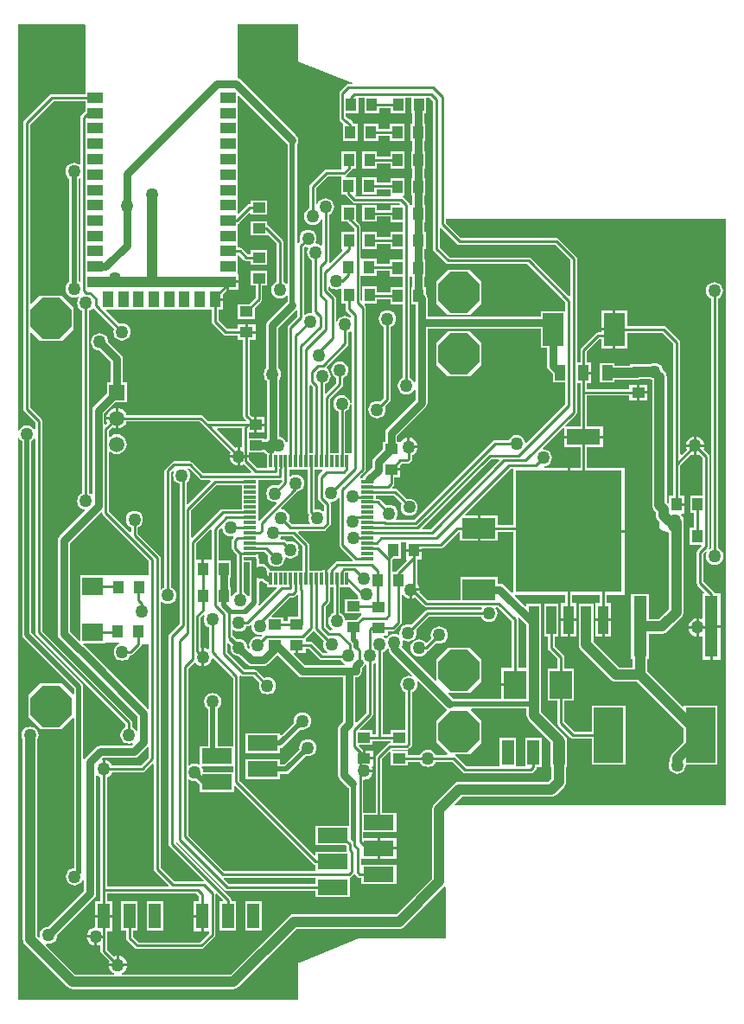
<source format=gtl>
%FSLAX23Y23*%
%MOIN*%
G70*
G01*
G75*
G04 Layer_Physical_Order=1*
G04 Layer_Color=255*
%ADD10R,0.410X0.470*%
%ADD11R,0.040X0.110*%
%ADD12R,0.012X0.047*%
%ADD13R,0.047X0.012*%
%ADD14R,0.114X0.213*%
%ADD15R,0.126X0.079*%
%ADD16R,0.050X0.040*%
%ADD17R,0.085X0.108*%
%ADD18R,0.079X0.126*%
%ADD19R,0.040X0.050*%
%ADD20R,0.047X0.098*%
%ADD21R,0.039X0.059*%
%ADD22R,0.059X0.039*%
%ADD23R,0.051X0.236*%
%ADD24R,0.118X0.059*%
%ADD25R,0.079X0.071*%
%ADD26R,0.130X0.059*%
%ADD27C,0.040*%
%ADD28C,0.010*%
%ADD29C,0.030*%
%ADD30C,0.020*%
%ADD31C,0.015*%
%ADD32C,0.011*%
%ADD33C,0.059*%
%ADD34R,0.059X0.059*%
%ADD35P,0.170X8X22.5*%
%ADD36C,0.050*%
G36*
X5138Y4595D02*
X5134Y4594D01*
X5128Y4588D01*
X5122Y4582D01*
X5119Y4574D01*
X5118Y4565D01*
X5119Y4556D01*
X5122Y4548D01*
X5128Y4541D01*
X5134Y4536D01*
X5135Y4536D01*
X5134Y4531D01*
X5124Y4530D01*
X5109Y4545D01*
Y4621D01*
X5121Y4633D01*
X5121Y4633D01*
X5121Y4633D01*
X5124Y4637D01*
X5125Y4642D01*
Y4695D01*
X5128D01*
Y4697D01*
X5138D01*
Y4595D01*
D02*
G37*
G36*
X4523Y5142D02*
X4521Y5136D01*
X4520Y5127D01*
X4521Y5118D01*
X4524Y5110D01*
X4529Y5103D01*
X4536Y5098D01*
X4544Y5095D01*
X4545Y5095D01*
Y4553D01*
X4507Y4515D01*
X4504Y4511D01*
X4503Y4506D01*
Y3706D01*
X4504Y3701D01*
X4507Y3697D01*
X4507Y3697D01*
X4507Y3697D01*
X4638Y3566D01*
X4636Y3561D01*
X4525D01*
X4471Y3615D01*
Y4639D01*
X4476Y4641D01*
X4476Y4640D01*
X4483Y4635D01*
X4491Y4632D01*
X4500Y4631D01*
X4509Y4632D01*
X4517Y4635D01*
X4524Y4640D01*
X4529Y4647D01*
X4532Y4655D01*
X4533Y4664D01*
X4532Y4673D01*
X4529Y4681D01*
X4524Y4688D01*
X4517Y4693D01*
X4513Y4694D01*
Y5139D01*
X4519Y5144D01*
X4523Y5142D01*
D02*
G37*
G36*
X4815Y4663D02*
X4810Y4662D01*
X4810Y4663D01*
X4804Y4670D01*
X4797Y4676D01*
X4792Y4677D01*
Y4793D01*
X4815D01*
Y4663D01*
D02*
G37*
G36*
X4710Y4923D02*
X4711Y4916D01*
X4714Y4908D01*
X4720Y4902D01*
X4727Y4896D01*
X4735Y4893D01*
X4743Y4892D01*
X4752Y4893D01*
X4752Y4893D01*
X4754Y4888D01*
X4751Y4885D01*
X4748Y4881D01*
X4747Y4876D01*
Y4847D01*
X4748Y4842D01*
X4751Y4837D01*
X4751Y4837D01*
X4751Y4837D01*
X4766Y4822D01*
Y4677D01*
X4761Y4676D01*
X4754Y4670D01*
X4748Y4663D01*
X4748Y4661D01*
X4743Y4662D01*
Y4696D01*
X4738D01*
Y4733D01*
X4743D01*
Y4799D01*
X4695D01*
Y4915D01*
X4705Y4925D01*
X4710Y4923D01*
D02*
G37*
G36*
X4860Y4720D02*
X4865Y4720D01*
X4872Y4713D01*
X4878Y4709D01*
X4881Y4708D01*
Y4697D01*
X4918D01*
X4920Y4692D01*
X4853Y4625D01*
X4849Y4628D01*
X4850Y4629D01*
X4851Y4636D01*
Y4717D01*
X4855Y4720D01*
X4860Y4720D01*
D02*
G37*
G36*
X5825Y4566D02*
Y4384D01*
X5786D01*
Y4325D01*
X5838D01*
Y4315D01*
X5786D01*
Y4264D01*
X5602D01*
X5583Y4284D01*
X5584Y4288D01*
X5666D01*
X5710Y4332D01*
Y4418D01*
X5666Y4462D01*
X5580D01*
X5536Y4418D01*
Y4336D01*
X5532Y4335D01*
X5402Y4464D01*
X5403Y4465D01*
X5406Y4473D01*
X5407Y4482D01*
X5407Y4486D01*
X5410Y4491D01*
X5410Y4491D01*
X5418Y4488D01*
X5427Y4487D01*
X5436Y4488D01*
X5444Y4491D01*
X5451Y4496D01*
X5456Y4503D01*
X5459Y4511D01*
X5460Y4520D01*
X5459Y4529D01*
X5458Y4532D01*
X5507Y4582D01*
X5708D01*
X5709Y4578D01*
X5714Y4571D01*
X5721Y4566D01*
X5729Y4563D01*
X5738Y4562D01*
X5747Y4563D01*
X5755Y4566D01*
X5762Y4571D01*
X5767Y4578D01*
X5770Y4586D01*
X5771Y4595D01*
X5770Y4604D01*
X5767Y4612D01*
X5764Y4616D01*
X5766Y4620D01*
X5771D01*
X5825Y4566D01*
D02*
G37*
G36*
X4822Y4550D02*
X4822Y4545D01*
X4823Y4536D01*
X4826Y4528D01*
X4831Y4521D01*
X4838Y4516D01*
X4846Y4513D01*
X4855Y4512D01*
X4861Y4513D01*
X4863Y4508D01*
X4859Y4504D01*
X4856Y4505D01*
X4847Y4506D01*
X4838Y4505D01*
X4830Y4502D01*
X4823Y4497D01*
X4818Y4490D01*
X4815Y4482D01*
X4814Y4473D01*
X4815Y4464D01*
X4816Y4461D01*
X4812Y4458D01*
X4807Y4463D01*
X4807Y4463D01*
X4806Y4472D01*
X4803Y4480D01*
X4798Y4487D01*
X4791Y4492D01*
X4783Y4495D01*
X4774Y4496D01*
X4765Y4495D01*
X4765Y4495D01*
X4758Y4502D01*
X4758Y4502D01*
X4754Y4507D01*
X4749Y4511D01*
X4749Y4511D01*
Y4531D01*
X4753Y4533D01*
X4757Y4530D01*
X4765Y4527D01*
X4774Y4526D01*
X4783Y4527D01*
X4791Y4530D01*
X4798Y4535D01*
X4803Y4542D01*
X4804Y4546D01*
X4806D01*
X4811Y4547D01*
X4815Y4550D01*
X4815Y4550D01*
X4815Y4550D01*
X4818Y4552D01*
X4822Y4550D01*
D02*
G37*
G36*
X5233Y4667D02*
X5234Y4659D01*
X5236Y4654D01*
X5233Y4650D01*
X5184D01*
Y4594D01*
X5245D01*
X5247Y4589D01*
X5243Y4586D01*
X5226Y4570D01*
X5184D01*
X5184Y4570D01*
Y4570D01*
X5184Y4570D01*
X5183Y4574D01*
X5180Y4582D01*
X5175Y4588D01*
X5168Y4594D01*
X5164Y4595D01*
Y4697D01*
X5203D01*
X5233Y4667D01*
D02*
G37*
G36*
X5003Y4664D02*
Y4581D01*
X4964D01*
Y4566D01*
X4946D01*
Y4580D01*
X4902D01*
X4900Y4585D01*
X4972Y4657D01*
X4984D01*
X4989Y4658D01*
X4993Y4661D01*
X4999Y4666D01*
X5003Y4664D01*
D02*
G37*
G36*
X4669Y4916D02*
Y4801D01*
X4665D01*
Y4801D01*
X4640D01*
Y4766D01*
X4630D01*
Y4801D01*
X4608D01*
Y4863D01*
X4664Y4918D01*
X4669Y4916D01*
D02*
G37*
G36*
X5097Y5145D02*
X5082Y5129D01*
X5079Y5125D01*
X5078Y5120D01*
Y5040D01*
X5079Y5035D01*
X5082Y5031D01*
X5082Y5031D01*
X5082Y5031D01*
X5102Y5011D01*
Y4990D01*
X5097Y4988D01*
X5093Y4992D01*
X5085Y4995D01*
X5076Y4996D01*
X5070Y4995D01*
X5066Y4999D01*
Y5149D01*
X5095D01*
X5097Y5145D01*
D02*
G37*
G36*
X5039Y4986D02*
X5040Y4981D01*
X5043Y4977D01*
X5043Y4977D01*
X5043Y4977D01*
X5045Y4975D01*
X5044Y4972D01*
X5043Y4963D01*
X5044Y4954D01*
X5047Y4946D01*
X5050Y4943D01*
X5048Y4938D01*
X4979D01*
X4967Y4951D01*
X4968Y4954D01*
X4969Y4963D01*
X4968Y4972D01*
X4965Y4980D01*
X4960Y4987D01*
X4953Y4992D01*
X4945Y4995D01*
X4939Y4996D01*
X4937Y5001D01*
X5002Y5065D01*
X5002Y5065D01*
X5010Y5068D01*
X5017Y5073D01*
X5022Y5080D01*
X5025Y5088D01*
X5026Y5097D01*
X5025Y5106D01*
X5022Y5114D01*
X5017Y5121D01*
X5010Y5126D01*
X5002Y5129D01*
X4993Y5130D01*
X4984Y5129D01*
X4976Y5126D01*
X4972Y5122D01*
X4968Y5125D01*
Y5149D01*
X5039D01*
Y4986D01*
D02*
G37*
G36*
X4938Y5109D02*
X4941Y5105D01*
Y5104D01*
X4925Y5088D01*
X4922Y5089D01*
X4913Y5090D01*
X4904Y5089D01*
X4896Y5086D01*
X4889Y5081D01*
X4884Y5074D01*
X4881Y5066D01*
X4880Y5057D01*
X4881Y5048D01*
X4884Y5040D01*
X4889Y5033D01*
X4896Y5028D01*
X4904Y5025D01*
X4913Y5024D01*
X4917Y5024D01*
X4919Y5020D01*
X4853Y4953D01*
X4848Y4955D01*
Y4970D01*
Y4990D01*
Y5010D01*
Y5029D01*
Y5049D01*
Y5069D01*
Y5088D01*
Y5110D01*
X4933D01*
X4935Y5110D01*
X4937Y5111D01*
X4938Y5109D01*
D02*
G37*
G36*
X4621Y5114D02*
X4621D01*
X4621Y5114D01*
X4621D01*
X4621Y5114D01*
Y5114D01*
X4621Y5114D01*
Y5114D01*
X4625Y5111D01*
X4630Y5110D01*
X4664D01*
X4666Y5105D01*
X4576Y5015D01*
X4571Y5017D01*
Y5099D01*
X4577Y5103D01*
X4582Y5110D01*
X4585Y5118D01*
X4586Y5127D01*
X4585Y5136D01*
X4582Y5144D01*
X4577Y5150D01*
X4577Y5151D01*
X4582Y5152D01*
X4621Y5114D01*
D02*
G37*
G36*
X5831Y4936D02*
X5773D01*
Y4973D01*
X5705D01*
Y4923D01*
Y4874D01*
X5773D01*
Y4910D01*
X5831D01*
Y4676D01*
X5826Y4674D01*
X5797Y4704D01*
X5789Y4709D01*
X5780Y4710D01*
X5771D01*
Y4734D01*
X5629D01*
Y4647D01*
X5502D01*
X5470Y4678D01*
X5471Y4681D01*
X5441D01*
Y4651D01*
X5445Y4652D01*
X5454Y4655D01*
X5455Y4656D01*
X5487Y4624D01*
X5492Y4621D01*
X5497Y4620D01*
X5710D01*
X5712Y4616D01*
X5709Y4612D01*
X5708Y4608D01*
X5502D01*
X5497Y4607D01*
X5493Y4604D01*
X5439Y4551D01*
X5436Y4552D01*
X5427Y4553D01*
X5418Y4552D01*
X5410Y4549D01*
X5403Y4544D01*
X5398Y4537D01*
X5395Y4529D01*
X5394Y4520D01*
X5394Y4516D01*
X5391Y4511D01*
X5391Y4511D01*
X5383Y4514D01*
X5374Y4515D01*
X5365Y4514D01*
X5357Y4511D01*
X5350Y4506D01*
X5345Y4499D01*
X5340D01*
X5340Y4500D01*
X5333Y4505D01*
X5332Y4505D01*
X5333Y4510D01*
X5348D01*
Y4527D01*
X5368D01*
X5373Y4528D01*
X5377Y4531D01*
X5397Y4551D01*
X5400Y4555D01*
X5401Y4560D01*
X5401Y4560D01*
X5401Y4560D01*
Y4560D01*
Y4666D01*
X5406Y4668D01*
X5411Y4661D01*
X5418Y4655D01*
X5427Y4652D01*
X5431Y4651D01*
Y4686D01*
X5436D01*
Y4691D01*
X5471D01*
X5470Y4695D01*
X5467Y4704D01*
X5463Y4708D01*
Y4803D01*
X5480D01*
Y4833D01*
X5420D01*
Y4803D01*
X5420Y4803D01*
X5420D01*
X5421Y4800D01*
X5379Y4757D01*
X5378Y4756D01*
X5367D01*
Y4800D01*
X5367Y4801D01*
X5370Y4805D01*
X5398D01*
Y4870D01*
X5420D01*
Y4843D01*
X5480D01*
Y4845D01*
X5551D01*
X5556Y4846D01*
X5561Y4849D01*
X5561Y4849D01*
X5561Y4849D01*
X5621Y4910D01*
X5627D01*
Y4874D01*
X5695D01*
Y4923D01*
Y4973D01*
X5649D01*
X5647Y4977D01*
X5822Y5153D01*
X5831D01*
Y4936D01*
D02*
G37*
G36*
X4785Y5088D02*
Y5069D01*
Y5049D01*
Y5029D01*
Y5010D01*
Y4997D01*
X4711D01*
X4706Y4996D01*
X4702Y4994D01*
X4595Y4887D01*
X4590Y4889D01*
Y4992D01*
X4688Y5089D01*
X4785D01*
Y5088D01*
D02*
G37*
G36*
X5020Y4853D02*
Y4760D01*
X4892D01*
X4892Y4762D01*
X4889Y4770D01*
X4884Y4777D01*
X4877Y4782D01*
X4869Y4785D01*
X4860Y4786D01*
X4855Y4786D01*
X4851Y4789D01*
Y4802D01*
X4850Y4809D01*
X4849Y4810D01*
X4850Y4811D01*
X4850D01*
X4850Y4811D01*
Y4822D01*
X4816D01*
Y4832D01*
X4850D01*
Y4833D01*
X4873D01*
X4887Y4819D01*
X4886Y4816D01*
X4885Y4807D01*
X4886Y4798D01*
X4889Y4790D01*
X4894Y4783D01*
X4901Y4778D01*
X4909Y4775D01*
X4918Y4774D01*
X4927Y4775D01*
X4935Y4778D01*
X4942Y4783D01*
X4947Y4790D01*
X4950Y4798D01*
X4951Y4807D01*
X4951Y4809D01*
X4955Y4811D01*
X4963Y4808D01*
X4972Y4807D01*
X4981Y4808D01*
X4989Y4811D01*
X4995Y4816D01*
X5001Y4823D01*
X5004Y4831D01*
X5005Y4840D01*
X5004Y4849D01*
X5001Y4857D01*
X4995Y4864D01*
X4989Y4869D01*
X4981Y4872D01*
X4972Y4873D01*
X4963Y4872D01*
X4960Y4871D01*
X4955Y4875D01*
X4951Y4878D01*
X4946Y4879D01*
X4935D01*
X4932Y4884D01*
X4936Y4888D01*
X4937Y4892D01*
X4981D01*
X5020Y4853D01*
D02*
G37*
G36*
X5161Y5038D02*
Y4860D01*
X5162Y4855D01*
X5165Y4850D01*
X5214Y4801D01*
X5212Y4796D01*
X5154D01*
X5149Y4795D01*
X5145Y4792D01*
X5122Y4769D01*
X5119Y4765D01*
X5119Y4762D01*
X5117D01*
Y4728D01*
X5107D01*
Y4762D01*
X5096D01*
Y4760D01*
X5046D01*
Y4858D01*
X5045Y4863D01*
X5042Y4867D01*
X5003Y4907D01*
X5005Y4912D01*
X5100D01*
X5105Y4913D01*
X5109Y4916D01*
X5109Y4916D01*
X5109Y4916D01*
X5124Y4931D01*
X5124Y4931D01*
X5124Y4931D01*
X5127Y4935D01*
X5128Y4940D01*
Y5016D01*
X5127Y5021D01*
X5135Y5026D01*
X5138Y5027D01*
X5146Y5030D01*
X5153Y5035D01*
X5156Y5040D01*
X5161Y5038D01*
D02*
G37*
G36*
X5778Y5184D02*
X5512Y4919D01*
X5484D01*
X5482Y4923D01*
X5747Y5189D01*
X5776D01*
X5778Y5184D01*
D02*
G37*
G36*
X4247Y4984D02*
Y4982D01*
X4248Y4977D01*
X4251Y4973D01*
X4427Y4797D01*
Y4742D01*
X4163D01*
Y4655D01*
Y4565D01*
Y4490D01*
X4158Y4488D01*
X4121Y4525D01*
Y4865D01*
X4242Y4986D01*
X4247Y4984D01*
D02*
G37*
G36*
X3989Y5267D02*
Y4522D01*
X3990Y4517D01*
X3993Y4513D01*
X3993Y4513D01*
X3993Y4513D01*
X4337Y4169D01*
Y4156D01*
X4333Y4155D01*
X4326Y4150D01*
X4321Y4143D01*
X4318Y4135D01*
X4317Y4126D01*
X4318Y4117D01*
X4321Y4109D01*
X4326Y4102D01*
X4333Y4097D01*
X4341Y4094D01*
X4350Y4093D01*
X4359Y4094D01*
X4364Y4096D01*
X4367Y4092D01*
X4359Y4084D01*
X4239D01*
X4230Y4083D01*
X4222Y4078D01*
X4222Y4078D01*
X4182Y4038D01*
X4179Y4033D01*
X4174Y4034D01*
Y4312D01*
X4173Y4318D01*
X4173Y4320D01*
X4169Y4325D01*
X3974Y4520D01*
Y5258D01*
X3980Y5262D01*
X3984Y5268D01*
X3989Y5267D01*
D02*
G37*
G36*
X4445Y4013D02*
Y3610D01*
X4446Y3605D01*
X4449Y3601D01*
X4449Y3601D01*
X4449Y3601D01*
X4502Y3547D01*
X4500Y3543D01*
X4267D01*
Y3963D01*
X4271Y3964D01*
X4279Y3970D01*
X4284Y3977D01*
X4286Y3982D01*
X4401D01*
X4406Y3983D01*
X4410Y3986D01*
X4410Y3986D01*
X4410Y3986D01*
X4440Y4015D01*
X4445Y4013D01*
D02*
G37*
G36*
X5570Y4229D02*
X5575Y4226D01*
X5575Y4221D01*
X5536Y4182D01*
Y4096D01*
X5578Y4054D01*
X5576Y4049D01*
X5534D01*
X5532Y4053D01*
X5527Y4060D01*
X5520Y4065D01*
X5512Y4068D01*
X5503Y4069D01*
X5495Y4068D01*
X5487Y4065D01*
X5480Y4060D01*
X5474Y4053D01*
X5473Y4049D01*
X5425D01*
Y4064D01*
X5363D01*
X5363Y4066D01*
X5365Y4070D01*
X5422D01*
X5427Y4071D01*
X5432Y4074D01*
X5432Y4074D01*
X5432Y4074D01*
X5439Y4081D01*
X5442Y4086D01*
X5443Y4091D01*
Y4291D01*
X5447Y4292D01*
X5454Y4297D01*
X5459Y4304D01*
X5462Y4312D01*
X5463Y4321D01*
X5462Y4330D01*
X5461Y4332D01*
X5466Y4334D01*
X5570Y4229D01*
D02*
G37*
G36*
X4427Y4079D02*
Y4039D01*
X4396Y4008D01*
X4286D01*
X4284Y4013D01*
X4279Y4020D01*
X4271Y4026D01*
X4263Y4029D01*
X4259Y4030D01*
Y3995D01*
X4249D01*
Y4030D01*
X4247Y4029D01*
X4245Y4034D01*
X4249Y4038D01*
X4369D01*
X4378Y4039D01*
X4386Y4044D01*
X4386Y4044D01*
X4386Y4044D01*
X4422Y4081D01*
X4427Y4079D01*
D02*
G37*
G36*
X5884Y4203D02*
X5885Y4196D01*
X5886Y4194D01*
X5888Y4189D01*
X5892Y4183D01*
X5977Y4098D01*
Y4002D01*
X5980D01*
Y3958D01*
X5967Y3945D01*
X5624D01*
X5617Y3944D01*
X5610Y3941D01*
X5604Y3937D01*
X5527Y3860D01*
X5523Y3854D01*
X5521Y3849D01*
X5520Y3847D01*
X5519Y3840D01*
Y3573D01*
X5381Y3435D01*
X4985D01*
X4978Y3434D01*
X4971Y3431D01*
X4965Y3427D01*
X4741Y3203D01*
X4323D01*
X4322Y3208D01*
X4325Y3209D01*
X4332Y3215D01*
X4338Y3222D01*
X4341Y3231D01*
X4342Y3235D01*
X4272D01*
X4273Y3231D01*
X4276Y3222D01*
X4282Y3215D01*
X4289Y3209D01*
X4292Y3208D01*
X4291Y3203D01*
X4144D01*
X4030Y3317D01*
X4032Y3322D01*
X4039Y3321D01*
X4048Y3322D01*
X4056Y3325D01*
X4063Y3330D01*
X4068Y3337D01*
X4071Y3345D01*
X4072Y3354D01*
X4072Y3354D01*
X4216Y3497D01*
X4221Y3505D01*
X4222Y3514D01*
X4222Y3514D01*
Y3970D01*
X4227Y3972D01*
X4229Y3970D01*
X4236Y3964D01*
X4240Y3963D01*
Y3487D01*
X4220D01*
Y3433D01*
X4287D01*
Y3487D01*
X4267D01*
Y3516D01*
X4610D01*
X4620Y3506D01*
Y3487D01*
X4600D01*
Y3433D01*
X4634D01*
Y3428D01*
X4639D01*
Y3369D01*
X4658D01*
Y3362D01*
X4623Y3327D01*
X4386D01*
X4365Y3348D01*
Y3371D01*
X4384D01*
Y3485D01*
X4320D01*
Y3371D01*
X4339D01*
Y3343D01*
X4340Y3338D01*
X4343Y3334D01*
X4372Y3305D01*
X4376Y3302D01*
X4381Y3301D01*
X4628D01*
X4633Y3302D01*
X4637Y3305D01*
X4637Y3305D01*
X4637Y3305D01*
X4680Y3348D01*
X4683Y3352D01*
X4684Y3357D01*
X4684Y3357D01*
X4684Y3357D01*
Y3357D01*
Y3513D01*
X4689Y3515D01*
X4714Y3490D01*
X4712Y3485D01*
X4700D01*
Y3371D01*
X4764D01*
Y3485D01*
X4745D01*
Y3490D01*
X4745Y3490D01*
X4745Y3490D01*
Y3490D01*
X4745D01*
X4745Y3490D01*
X4744Y3495D01*
X4741Y3500D01*
X4531Y3710D01*
X4533Y3714D01*
X4534Y3715D01*
X4536Y3713D01*
X4536Y3713D01*
X4536Y3713D01*
X4719Y3530D01*
X4723Y3527D01*
X4728Y3526D01*
X5070D01*
Y3501D01*
X5204D01*
Y3577D01*
X5204D01*
X5204Y3577D01*
X5207Y3580D01*
X5207Y3580D01*
X5207Y3580D01*
X5218Y3591D01*
X5218D01*
D01*
X5221Y3588D01*
X5221Y3588D01*
Y3588D01*
X5223Y3587D01*
X5231Y3580D01*
X5235Y3577D01*
X5240Y3576D01*
X5247D01*
Y3551D01*
X5381D01*
Y3627D01*
X5247D01*
D01*
X5247D01*
X5245Y3629D01*
Y3649D01*
X5245D01*
Y3649D01*
X5309D01*
Y3689D01*
Y3729D01*
X5254D01*
Y3751D01*
X5381D01*
Y3827D01*
X5327D01*
Y4035D01*
X5354Y4062D01*
X5359Y4060D01*
Y4008D01*
X5425D01*
Y4023D01*
X5473D01*
X5474Y4019D01*
X5480Y4012D01*
X5487Y4007D01*
X5495Y4004D01*
X5503Y4003D01*
X5512Y4004D01*
X5520Y4007D01*
X5527Y4012D01*
X5532Y4019D01*
X5534Y4023D01*
X5597D01*
X5638Y3982D01*
X5638Y3982D01*
X5638D01*
X5638Y3982D01*
X5638D01*
X5638Y3982D01*
Y3982D01*
Y3982D01*
D01*
D01*
X5638D01*
Y3982D01*
X5642Y3979D01*
X5647Y3978D01*
X5900D01*
X5905Y3979D01*
X5909Y3982D01*
X5909Y3982D01*
X5909Y3982D01*
X5919Y3992D01*
X5922Y3996D01*
X5923Y4001D01*
Y4002D01*
X5942D01*
Y4116D01*
X5878D01*
Y4004D01*
X5843D01*
Y4116D01*
X5780D01*
Y4004D01*
X5652D01*
X5611Y4045D01*
X5608Y4047D01*
X5610Y4052D01*
X5666D01*
X5710Y4096D01*
Y4182D01*
X5669Y4223D01*
X5671Y4228D01*
X5884D01*
Y4203D01*
D02*
G37*
G36*
X4586Y3953D02*
X4594Y3950D01*
X4603Y3949D01*
X4609Y3949D01*
X4622Y3936D01*
Y3906D01*
X4756D01*
Y3928D01*
X4761Y3930D01*
X5061Y3630D01*
X5065Y3627D01*
X5070Y3626D01*
Y3602D01*
X4716D01*
X4578Y3740D01*
Y3954D01*
X4583Y3956D01*
X4586Y3953D01*
D02*
G37*
G36*
X5070Y3552D02*
X4734D01*
X4715Y3571D01*
X4717Y3576D01*
X5070D01*
Y3552D01*
D02*
G37*
G36*
X4751Y3982D02*
X4637D01*
X4636Y3982D01*
X4635Y3991D01*
X4632Y3999D01*
X4629Y4002D01*
X4631Y4006D01*
X4751D01*
Y3982D01*
D02*
G37*
G36*
X5359Y4096D02*
X5357D01*
X5352Y4095D01*
X5348Y4092D01*
X5305Y4049D01*
X5302Y4045D01*
X5301Y4040D01*
Y3827D01*
X5254D01*
Y3952D01*
X5255Y3953D01*
X5264Y3954D01*
X5273Y3957D01*
X5280Y3963D01*
X5286Y3970D01*
X5289Y3979D01*
X5290Y3983D01*
X5255D01*
Y3993D01*
X5290D01*
X5289Y3997D01*
X5287Y4002D01*
X5290Y4006D01*
X5291D01*
Y4031D01*
X5256D01*
Y4036D01*
X5251D01*
Y4069D01*
X5236Y4083D01*
X5238Y4088D01*
X5289D01*
Y4103D01*
X5359D01*
Y4096D01*
D02*
G37*
G36*
X5265Y4395D02*
Y4211D01*
X5228Y4175D01*
X5223Y4177D01*
Y4348D01*
X5225D01*
X5234Y4349D01*
X5242Y4354D01*
X5247Y4362D01*
X5248Y4371D01*
Y4382D01*
X5254Y4388D01*
X5259Y4396D01*
X5260Y4398D01*
X5260Y4398D01*
X5265Y4395D01*
D02*
G37*
G36*
X5002Y4443D02*
X5032D01*
Y4460D01*
X5045D01*
X5085Y4420D01*
X5085D01*
X5085Y4420D01*
X5085D01*
X5085Y4420D01*
Y4420D01*
X5085Y4420D01*
Y4420D01*
X5089Y4417D01*
X5094Y4416D01*
X5166D01*
X5166Y4414D01*
X5172Y4407D01*
X5179Y4401D01*
X5184Y4399D01*
X5183Y4394D01*
X5029D01*
X4985Y4438D01*
X4987Y4443D01*
X4992D01*
Y4473D01*
X5002D01*
Y4443D01*
D02*
G37*
G36*
X5882Y4552D02*
X5884Y4551D01*
Y4384D01*
X5852D01*
Y4571D01*
X5852Y4571D01*
X5852Y4571D01*
Y4571D01*
X5852D01*
X5852Y4571D01*
X5851Y4576D01*
X5850Y4576D01*
X5854Y4580D01*
X5882Y4552D01*
D02*
G37*
G36*
X4642Y4587D02*
X4639Y4580D01*
X4638Y4571D01*
X4639Y4562D01*
X4642Y4554D01*
X4647Y4547D01*
X4654Y4542D01*
X4658Y4541D01*
Y4459D01*
X4653Y4457D01*
X4653Y4458D01*
X4644Y4461D01*
X4640Y4462D01*
Y4427D01*
Y4392D01*
X4644Y4393D01*
X4653Y4396D01*
X4660Y4402D01*
X4666Y4409D01*
X4669Y4418D01*
X4669Y4420D01*
X4674Y4422D01*
X4751Y4345D01*
Y4082D01*
X4691D01*
Y4227D01*
X4697Y4231D01*
X4702Y4238D01*
X4705Y4246D01*
X4706Y4255D01*
X4705Y4264D01*
X4702Y4272D01*
X4697Y4279D01*
X4690Y4284D01*
X4682Y4287D01*
X4673Y4288D01*
X4664Y4287D01*
X4656Y4284D01*
X4649Y4279D01*
X4644Y4272D01*
X4641Y4264D01*
X4640Y4255D01*
X4641Y4246D01*
X4644Y4238D01*
X4649Y4231D01*
X4655Y4227D01*
Y4082D01*
X4622D01*
Y4014D01*
X4618Y4012D01*
X4612Y4014D01*
X4603Y4015D01*
X4594Y4014D01*
X4586Y4011D01*
X4583Y4008D01*
X4578Y4010D01*
Y4383D01*
X4602Y4406D01*
X4607Y4406D01*
X4610Y4402D01*
X4617Y4396D01*
X4626Y4393D01*
X4630Y4392D01*
Y4427D01*
Y4462D01*
X4626Y4465D01*
Y4579D01*
X4638Y4590D01*
X4642Y4587D01*
D02*
G37*
G36*
X5063Y4526D02*
X5101Y4488D01*
X5100Y4485D01*
X5099Y4476D01*
X5100Y4467D01*
X5103Y4459D01*
X5108Y4452D01*
X5115Y4447D01*
X5115Y4447D01*
X5114Y4442D01*
X5099D01*
X5059Y4482D01*
X5055Y4485D01*
X5050Y4486D01*
X5032D01*
Y4499D01*
X5059Y4527D01*
X5063Y4526D01*
D02*
G37*
G36*
X5350Y4458D02*
X5351Y4458D01*
X5352Y4450D01*
X5357Y4442D01*
X5443Y4357D01*
X5441Y4352D01*
X5439Y4353D01*
X5430Y4354D01*
X5421Y4353D01*
X5413Y4350D01*
X5406Y4345D01*
X5401Y4338D01*
X5398Y4330D01*
X5397Y4321D01*
X5398Y4312D01*
X5401Y4304D01*
X5406Y4297D01*
X5413Y4292D01*
X5417Y4291D01*
Y4144D01*
X5359D01*
Y4129D01*
X5329D01*
Y4446D01*
X5333Y4447D01*
X5340Y4452D01*
X5345Y4459D01*
X5350D01*
X5350Y4458D01*
D02*
G37*
G36*
X4314Y4478D02*
X4307Y4475D01*
X4300Y4470D01*
X4295Y4463D01*
X4292Y4455D01*
X4291Y4446D01*
X4292Y4437D01*
X4295Y4429D01*
X4300Y4422D01*
X4307Y4417D01*
X4315Y4414D01*
X4324Y4413D01*
X4333Y4414D01*
X4341Y4417D01*
X4348Y4422D01*
X4353Y4429D01*
X4354Y4433D01*
X4356D01*
X4361Y4434D01*
X4365Y4437D01*
X4365Y4437D01*
X4365Y4437D01*
X4396Y4468D01*
X4399Y4472D01*
X4400Y4477D01*
X4427D01*
Y4228D01*
X4422Y4226D01*
X4178Y4471D01*
X4173Y4473D01*
X4175Y4478D01*
X4257D01*
Y4479D01*
X4261Y4482D01*
X4313D01*
X4314Y4478D01*
D02*
G37*
G36*
X5303Y4401D02*
Y4129D01*
X5289D01*
Y4144D01*
X5241D01*
X5239Y4149D01*
X5287Y4197D01*
X5287Y4197D01*
X5287Y4197D01*
X5290Y4201D01*
X5291Y4206D01*
Y4400D01*
X5296Y4401D01*
X5298Y4403D01*
X5303Y4401D01*
D02*
G37*
G36*
X4742Y4472D02*
X4742Y4472D01*
X4741Y4463D01*
X4742Y4454D01*
X4745Y4446D01*
X4750Y4439D01*
X4757Y4434D01*
X4765Y4431D01*
X4774Y4430D01*
X4774Y4430D01*
X4805Y4398D01*
X4805Y4398D01*
X4811Y4395D01*
X4813Y4393D01*
X4822Y4392D01*
X4822Y4392D01*
X4868D01*
X4877Y4393D01*
X4885Y4398D01*
X4885Y4398D01*
X4885Y4398D01*
X4922Y4435D01*
X5002Y4354D01*
X5010Y4349D01*
X5019Y4348D01*
X5177D01*
Y4179D01*
X5163Y4166D01*
X5158Y4158D01*
X5157Y4149D01*
Y3972D01*
X5158Y3963D01*
X5163Y3955D01*
X5196Y3922D01*
X5199Y3921D01*
Y3777D01*
X5070D01*
Y3701D01*
X5185D01*
X5188Y3699D01*
Y3682D01*
X5188Y3680D01*
X5185Y3677D01*
X5070D01*
Y3664D01*
X5065Y3663D01*
X4777Y3950D01*
Y4351D01*
X4777Y4351D01*
X4777Y4351D01*
D01*
D01*
D01*
X4777D01*
X4781Y4355D01*
D01*
X4785Y4353D01*
X4790Y4352D01*
X4830D01*
X4853Y4328D01*
X4852Y4325D01*
X4851Y4316D01*
X4852Y4307D01*
X4855Y4299D01*
X4860Y4292D01*
X4867Y4287D01*
X4875Y4284D01*
X4884Y4283D01*
X4893Y4284D01*
X4901Y4287D01*
X4908Y4292D01*
X4913Y4299D01*
X4916Y4307D01*
X4917Y4316D01*
X4916Y4325D01*
X4913Y4333D01*
X4908Y4340D01*
X4901Y4345D01*
X4893Y4348D01*
X4884Y4349D01*
X4875Y4348D01*
X4872Y4347D01*
X4844Y4374D01*
X4840Y4377D01*
X4835Y4378D01*
X4795D01*
X4729Y4444D01*
Y4479D01*
X4734Y4481D01*
X4742Y4472D01*
D02*
G37*
G36*
X3927Y5269D02*
X3932Y5262D01*
X3938Y5258D01*
Y4512D01*
X3939Y4507D01*
X3939Y4505D01*
X3943Y4500D01*
X4138Y4305D01*
Y4284D01*
X4133Y4282D01*
X4091Y4324D01*
X4005D01*
X3961Y4280D01*
Y4194D01*
X4005Y4150D01*
X4091D01*
X4133Y4192D01*
X4138Y4190D01*
Y3613D01*
X4131Y3612D01*
X4123Y3609D01*
X4116Y3604D01*
X4111Y3597D01*
X4108Y3589D01*
X4106Y3580D01*
X4108Y3571D01*
X4111Y3563D01*
X4116Y3556D01*
X4123Y3551D01*
X4131Y3548D01*
X4140Y3547D01*
X4148Y3548D01*
X4156Y3551D01*
X4163Y3556D01*
X4169Y3563D01*
X4171Y3568D01*
X4176Y3567D01*
Y3524D01*
X4039Y3387D01*
X4039Y3387D01*
X4030Y3386D01*
X4022Y3383D01*
X4015Y3378D01*
X4010Y3371D01*
X4007Y3363D01*
X4006Y3354D01*
X4007Y3347D01*
X4002Y3345D01*
X3996Y3351D01*
Y4108D01*
X3997Y4108D01*
X4000Y4116D01*
X4001Y4125D01*
X4000Y4134D01*
X3997Y4142D01*
X3992Y4149D01*
X3985Y4154D01*
X3977Y4157D01*
X3968Y4158D01*
X3959Y4157D01*
X3951Y4154D01*
X3944Y4149D01*
X3939Y4142D01*
X3936Y4134D01*
X3935Y4125D01*
X3936Y4116D01*
X3939Y4108D01*
X3940Y4108D01*
Y3339D01*
X3941Y3332D01*
X3942Y3330D01*
X3944Y3325D01*
X3948Y3319D01*
X4112Y3155D01*
X4118Y3151D01*
X4121Y3149D01*
X4125Y3148D01*
X4132Y3147D01*
X4753D01*
X4760Y3148D01*
X4762Y3149D01*
X4767Y3151D01*
X4773Y3155D01*
X4997Y3379D01*
X5393D01*
X5400Y3380D01*
X5402Y3381D01*
X5407Y3383D01*
X5413Y3387D01*
X5567Y3541D01*
X5568Y3542D01*
X5572Y3540D01*
Y3342D01*
X5240D01*
X5238Y3341D01*
X5236Y3341D01*
X5008Y3250D01*
X5008Y3250D01*
X5008Y3250D01*
X5006Y3249D01*
X5005Y3248D01*
X5004Y3248D01*
X5004Y3248D01*
X5003Y3246D01*
X5002Y3244D01*
X5002Y3244D01*
X5002Y3244D01*
X5002Y3242D01*
X5001Y3240D01*
X5001Y3240D01*
X5001Y3240D01*
Y3106D01*
X3921D01*
Y5272D01*
X3926Y5273D01*
X3927Y5269D01*
D02*
G37*
G36*
X5209Y5680D02*
Y5406D01*
X5204Y5405D01*
X5203Y5412D01*
X5200Y5420D01*
X5194Y5427D01*
X5187Y5432D01*
X5179Y5435D01*
X5171Y5436D01*
X5162Y5435D01*
X5154Y5432D01*
X5147Y5427D01*
X5142Y5420D01*
X5139Y5412D01*
X5138Y5403D01*
X5139Y5394D01*
X5142Y5386D01*
X5147Y5379D01*
X5154Y5374D01*
X5158Y5373D01*
Y5213D01*
X5125D01*
Y5421D01*
X5173Y5469D01*
X5176Y5473D01*
X5177Y5478D01*
Y5502D01*
X5180Y5504D01*
X5187Y5509D01*
X5192Y5516D01*
X5196Y5524D01*
X5197Y5532D01*
X5196Y5541D01*
X5192Y5549D01*
X5187Y5556D01*
X5180Y5561D01*
X5172Y5565D01*
X5164Y5566D01*
X5155Y5565D01*
X5147Y5561D01*
X5140Y5556D01*
X5135Y5549D01*
X5131Y5541D01*
X5130Y5532D01*
X5131Y5524D01*
X5135Y5516D01*
X5140Y5509D01*
X5147Y5504D01*
X5150Y5502D01*
Y5483D01*
X5110Y5443D01*
X5105Y5445D01*
Y5479D01*
X5111Y5481D01*
X5118Y5486D01*
X5124Y5493D01*
X5127Y5501D01*
X5128Y5510D01*
X5127Y5519D01*
X5124Y5527D01*
X5118Y5534D01*
X5112Y5538D01*
X5112Y5541D01*
X5114Y5545D01*
X5193Y5624D01*
X5193Y5624D01*
X5193Y5624D01*
X5196Y5629D01*
X5197Y5634D01*
Y5678D01*
X5201Y5679D01*
X5204Y5682D01*
X5209Y5680D01*
D02*
G37*
G36*
X5126Y5852D02*
X5133Y5847D01*
X5141Y5844D01*
X5150Y5843D01*
X5159Y5844D01*
X5166Y5847D01*
X5170Y5844D01*
Y5789D01*
X5185D01*
Y5768D01*
X5186Y5763D01*
X5189Y5759D01*
X5189Y5759D01*
X5189Y5759D01*
X5207Y5740D01*
X5206Y5735D01*
X5204Y5734D01*
X5201Y5737D01*
X5193Y5740D01*
X5184Y5741D01*
X5175Y5740D01*
X5167Y5737D01*
X5160Y5732D01*
X5155Y5725D01*
X5153Y5720D01*
X5148Y5721D01*
Y5810D01*
X5148Y5810D01*
X5148Y5810D01*
Y5810D01*
X5148D01*
X5148Y5810D01*
X5147Y5815D01*
X5144Y5819D01*
X5120Y5843D01*
Y5853D01*
X5125Y5854D01*
X5126Y5852D01*
D02*
G37*
G36*
X5522Y6569D02*
Y6000D01*
X5523Y5995D01*
X5526Y5991D01*
X5526Y5991D01*
X5526Y5991D01*
X5572Y5945D01*
X5576Y5942D01*
X5581Y5941D01*
X5887D01*
X6034Y5794D01*
Y5760D01*
X6032D01*
Y5760D01*
X5938D01*
Y5739D01*
X5501D01*
Y5809D01*
X5500Y5818D01*
X5495Y5825D01*
Y5853D01*
X5490D01*
Y5893D01*
X5493D01*
Y5959D01*
X5490D01*
Y5998D01*
X5495D01*
Y6064D01*
X5490D01*
Y6103D01*
X5494D01*
Y6169D01*
X5490D01*
Y6206D01*
X5494D01*
Y6272D01*
X5490D01*
Y6310D01*
X5494D01*
Y6376D01*
X5490D01*
Y6416D01*
X5493D01*
Y6482D01*
X5490D01*
Y6521D01*
X5496D01*
Y6581D01*
X5510D01*
X5522Y6569D01*
D02*
G37*
G36*
X5579Y6117D02*
X5583Y6116D01*
X6654D01*
Y3854D01*
X5607D01*
X5605Y3858D01*
X5636Y3889D01*
X5979D01*
X5986Y3890D01*
X5988Y3891D01*
X5993Y3893D01*
X5999Y3897D01*
X6028Y3926D01*
X6033Y3932D01*
X6036Y3939D01*
X6037Y3946D01*
Y4002D01*
X6040D01*
Y4116D01*
X6035D01*
X6033Y4121D01*
X6028Y4127D01*
X5940Y4215D01*
Y4569D01*
X5940Y4571D01*
Y4632D01*
X5884D01*
Y4623D01*
X5879Y4621D01*
X5838Y4662D01*
X5840Y4666D01*
X6033D01*
Y4634D01*
X6016D01*
Y4574D01*
X6076D01*
Y4634D01*
X6059D01*
Y4666D01*
X6166D01*
Y4634D01*
X6150D01*
Y4574D01*
X6210D01*
Y4634D01*
X6193D01*
Y4666D01*
X6261D01*
Y4906D01*
X6046D01*
Y4911D01*
X6041D01*
Y5156D01*
X5953D01*
X5953Y5161D01*
X5957Y5162D01*
X5965Y5165D01*
X5972Y5170D01*
X5977Y5177D01*
X5980Y5185D01*
X5981Y5194D01*
X5980Y5203D01*
X5977Y5211D01*
X5972Y5218D01*
X5965Y5223D01*
X5957Y5226D01*
X5948Y5227D01*
X5947Y5232D01*
X6024Y5310D01*
X6029Y5308D01*
Y5279D01*
X6179D01*
Y5314D01*
X6117D01*
Y5434D01*
X6280D01*
Y5417D01*
X6310D01*
Y5447D01*
Y5477D01*
X6280D01*
Y5460D01*
X6117D01*
Y5482D01*
X6134D01*
Y5517D01*
X6104D01*
Y5527D01*
X6134D01*
Y5562D01*
X6117D01*
Y5604D01*
X6165Y5652D01*
X6172D01*
Y5616D01*
X6216D01*
Y5684D01*
X6172D01*
Y5678D01*
X6160D01*
X6155Y5677D01*
X6151Y5674D01*
X6095Y5618D01*
X6092Y5614D01*
X6091Y5609D01*
Y5562D01*
X6078D01*
Y5963D01*
X6078Y5963D01*
X6078Y5963D01*
Y5963D01*
X6078D01*
X6078Y5963D01*
X6077Y5968D01*
X6074Y5972D01*
X6009Y6037D01*
X6005Y6040D01*
X6000Y6041D01*
X5630D01*
X5572Y6099D01*
Y6116D01*
X5577Y6119D01*
X5579Y6117D01*
D02*
G37*
G36*
X6091Y5447D02*
X6091Y5447D01*
X6091D01*
Y5314D01*
X6035D01*
X6033Y5318D01*
X6074Y5360D01*
X6074Y5360D01*
X6074Y5360D01*
X6077Y5364D01*
X6078Y5369D01*
Y5482D01*
X6091D01*
Y5447D01*
D02*
G37*
G36*
X5938Y5618D02*
X5962D01*
Y5550D01*
X5963Y5541D01*
X5968Y5534D01*
X5986Y5517D01*
Y5484D01*
X6034D01*
Y5402D01*
X5883Y5251D01*
X5878Y5253D01*
X5877Y5258D01*
X5874Y5266D01*
X5869Y5273D01*
X5862Y5278D01*
X5854Y5282D01*
X5845Y5283D01*
X5836Y5282D01*
X5828Y5278D01*
X5821Y5273D01*
X5816Y5266D01*
X5815Y5263D01*
X5764D01*
X5759Y5262D01*
X5754Y5259D01*
X5451Y4955D01*
X5382D01*
X5380Y4960D01*
X5383Y4963D01*
X5386Y4971D01*
X5387Y4980D01*
X5386Y4989D01*
X5383Y4997D01*
X5378Y5004D01*
X5371Y5009D01*
X5363Y5012D01*
X5354Y5013D01*
X5345Y5012D01*
X5342Y5011D01*
X5320Y5033D01*
X5316Y5036D01*
X5310Y5037D01*
X5301D01*
Y5049D01*
Y5050D01*
X5372D01*
X5402Y5020D01*
X5399Y5013D01*
X5398Y5004D01*
X5399Y4995D01*
X5402Y4987D01*
X5407Y4980D01*
X5414Y4975D01*
X5422Y4972D01*
X5431Y4971D01*
X5440Y4972D01*
X5448Y4975D01*
X5455Y4980D01*
X5460Y4987D01*
X5463Y4995D01*
X5464Y5004D01*
X5463Y5013D01*
X5460Y5021D01*
X5455Y5027D01*
X5448Y5033D01*
X5440Y5036D01*
X5431Y5037D01*
X5423Y5036D01*
X5386Y5072D01*
X5382Y5075D01*
X5377Y5076D01*
X5367D01*
X5366Y5081D01*
X5370Y5086D01*
X5370Y5086D01*
X5370Y5086D01*
X5373Y5090D01*
X5374Y5095D01*
Y5119D01*
X5396D01*
Y5144D01*
X5361D01*
Y5154D01*
X5396D01*
Y5165D01*
X5402Y5172D01*
X5424D01*
X5429Y5173D01*
X5433Y5176D01*
X5433Y5176D01*
X5433Y5176D01*
X5438Y5181D01*
X5441Y5185D01*
X5442Y5190D01*
Y5205D01*
X5447Y5206D01*
X5454Y5212D01*
X5460Y5219D01*
X5463Y5228D01*
X5464Y5232D01*
X5429D01*
Y5237D01*
X5424D01*
Y5272D01*
X5420Y5271D01*
X5411Y5268D01*
X5404Y5262D01*
X5399Y5255D01*
X5394Y5257D01*
Y5257D01*
X5384D01*
Y5280D01*
X5495Y5390D01*
X5495Y5390D01*
X5495Y5390D01*
X5500Y5398D01*
X5501Y5407D01*
Y5693D01*
X5938D01*
Y5618D01*
D02*
G37*
G36*
X5444Y5853D02*
X5439D01*
Y5787D01*
X5455D01*
Y5488D01*
X5450Y5487D01*
X5449Y5489D01*
X5444Y5496D01*
X5437Y5501D01*
X5433Y5502D01*
Y5893D01*
X5437D01*
Y5893D01*
X5444D01*
Y5853D01*
D02*
G37*
G36*
X5032Y6008D02*
X5036Y6007D01*
X5040Y6005D01*
X5041Y6003D01*
X5038Y5996D01*
X5037Y5987D01*
X5038Y5978D01*
X5041Y5970D01*
X5046Y5963D01*
X5053Y5958D01*
X5057Y5957D01*
Y5758D01*
X5057Y5756D01*
X5054Y5753D01*
X5050Y5753D01*
X5041Y5752D01*
X5033Y5749D01*
X5030Y5746D01*
X5025Y5748D01*
Y6006D01*
X5029Y6009D01*
X5032Y6008D01*
D02*
G37*
G36*
X4962Y6403D02*
Y5865D01*
X4957Y5864D01*
X4956Y5866D01*
X4949Y5871D01*
X4945Y5872D01*
Y6027D01*
X4944Y6032D01*
X4941Y6036D01*
X4889Y6088D01*
X4885Y6091D01*
X4884Y6091D01*
Y6107D01*
X4818D01*
Y6051D01*
X4884D01*
X4884Y6051D01*
Y6051D01*
X4888Y6053D01*
X4919Y6022D01*
Y5872D01*
X4915Y5871D01*
X4908Y5866D01*
X4903Y5859D01*
X4900Y5851D01*
X4899Y5842D01*
X4900Y5833D01*
X4903Y5825D01*
X4908Y5818D01*
X4915Y5813D01*
X4923Y5810D01*
X4932Y5809D01*
X4941Y5810D01*
X4949Y5813D01*
X4956Y5818D01*
X4957Y5820D01*
X4962Y5819D01*
Y5797D01*
X4886Y5722D01*
X4881Y5714D01*
X4880Y5705D01*
Y5541D01*
X4879Y5541D01*
X4874Y5534D01*
X4871Y5526D01*
X4870Y5517D01*
X4871Y5508D01*
X4874Y5500D01*
X4879Y5493D01*
X4883Y5491D01*
Y5271D01*
X4879Y5267D01*
X4878Y5265D01*
X4871D01*
Y5270D01*
X4813D01*
Y5292D01*
X4833D01*
Y5322D01*
Y5352D01*
X4827D01*
X4816Y5362D01*
Y5648D01*
X4838D01*
Y5673D01*
X4803D01*
Y5678D01*
X4798D01*
Y5708D01*
X4768D01*
Y5691D01*
X4729D01*
X4695Y5725D01*
Y5765D01*
X4712D01*
Y5799D01*
X4682D01*
Y5809D01*
X4712D01*
Y5825D01*
X4726Y5839D01*
Y5873D01*
X4731D01*
Y5878D01*
X4771D01*
Y5903D01*
X4769D01*
Y5904D01*
X4769D01*
Y5960D01*
D01*
Y5960D01*
X4769Y5960D01*
Y5964D01*
X4769D01*
Y5975D01*
X4773Y5977D01*
X4794Y5957D01*
X4794Y5957D01*
X4794D01*
X4794Y5957D01*
X4794D01*
X4794Y5957D01*
Y5957D01*
Y5957D01*
D01*
D01*
X4794D01*
Y5957D01*
X4798Y5954D01*
X4803Y5953D01*
X4818D01*
Y5938D01*
X4884D01*
Y5994D01*
X4818D01*
Y5979D01*
X4809D01*
X4787Y6001D01*
X4783Y6003D01*
X4778Y6004D01*
X4769D01*
Y6019D01*
D01*
Y6019D01*
X4769Y6019D01*
X4769Y6023D01*
X4769D01*
Y6078D01*
D01*
Y6078D01*
X4769Y6078D01*
Y6082D01*
X4769D01*
Y6097D01*
X4771Y6097D01*
X4775Y6100D01*
X4775Y6100D01*
X4775Y6100D01*
X4813Y6138D01*
X4818Y6136D01*
Y6131D01*
X4884D01*
Y6187D01*
X4818D01*
Y6172D01*
X4816D01*
X4811Y6171D01*
X4806Y6168D01*
X4773Y6135D01*
X4769Y6137D01*
Y6141D01*
X4769D01*
Y6196D01*
D01*
Y6196D01*
X4769Y6196D01*
Y6200D01*
X4769D01*
Y6255D01*
D01*
Y6255D01*
X4769Y6255D01*
Y6259D01*
X4769D01*
Y6314D01*
D01*
Y6314D01*
X4769Y6314D01*
Y6318D01*
X4769D01*
Y6373D01*
D01*
Y6373D01*
X4769Y6373D01*
Y6377D01*
X4769D01*
Y6432D01*
D01*
Y6432D01*
X4769Y6432D01*
Y6436D01*
X4769D01*
Y6491D01*
D01*
Y6491D01*
X4769Y6491D01*
Y6495D01*
X4769D01*
Y6550D01*
D01*
Y6550D01*
X4769Y6550D01*
Y6554D01*
X4769D01*
Y6590D01*
X4773Y6592D01*
X4962Y6403D01*
D02*
G37*
G36*
X4182Y6554D02*
X4182Y6554D01*
X4182Y6550D01*
X4182D01*
Y6530D01*
X4167Y6515D01*
X4164Y6511D01*
X4163Y6506D01*
Y6326D01*
X4158Y6324D01*
X4155Y6327D01*
X4147Y6330D01*
X4138Y6331D01*
X4129Y6330D01*
X4121Y6327D01*
X4114Y6322D01*
X4109Y6315D01*
X4106Y6307D01*
X4105Y6298D01*
X4106Y6289D01*
X4109Y6281D01*
X4114Y6274D01*
X4120Y6270D01*
Y5873D01*
X4114Y5869D01*
X4109Y5862D01*
X4106Y5854D01*
X4105Y5845D01*
X4106Y5836D01*
X4109Y5828D01*
X4114Y5821D01*
X4121Y5816D01*
X4129Y5813D01*
X4138Y5812D01*
X4147Y5813D01*
X4155Y5816D01*
X4158Y5812D01*
X4154Y5808D01*
X4151Y5800D01*
X4150Y5791D01*
X4151Y5782D01*
X4154Y5774D01*
X4159Y5767D01*
X4166Y5762D01*
X4170Y5761D01*
Y5058D01*
X4166Y5057D01*
X4159Y5052D01*
X4154Y5045D01*
X4151Y5037D01*
X4150Y5028D01*
X4151Y5019D01*
X4154Y5011D01*
X4159Y5004D01*
X4166Y4999D01*
X4174Y4996D01*
X4179Y4995D01*
X4180Y4991D01*
X4081Y4892D01*
X4076Y4884D01*
X4075Y4875D01*
Y4515D01*
X4076Y4506D01*
X4081Y4498D01*
X4142Y4437D01*
X4148Y4433D01*
X4384Y4198D01*
Y4145D01*
X4379Y4143D01*
X4379Y4143D01*
X4374Y4150D01*
X4367Y4155D01*
X4363Y4156D01*
Y4174D01*
X4362Y4179D01*
X4359Y4183D01*
X4015Y4527D01*
Y5337D01*
X4014Y5342D01*
X4011Y5346D01*
X3969Y5388D01*
Y5675D01*
X3974Y5677D01*
X4005Y5646D01*
X4091D01*
X4135Y5690D01*
Y5776D01*
X4091Y5820D01*
X4005D01*
X3974Y5789D01*
X3969Y5791D01*
Y6479D01*
X4058Y6568D01*
X4182D01*
Y6554D01*
D02*
G37*
G36*
X5001Y6730D02*
X5001Y6730D01*
X5001Y6730D01*
X5002Y6728D01*
X5002Y6726D01*
X5002Y6726D01*
X5002Y6726D01*
X5003Y6724D01*
X5004Y6722D01*
X5004Y6722D01*
X5005Y6722D01*
X5006Y6721D01*
X5008Y6720D01*
X5008Y6720D01*
X5008Y6720D01*
X5211Y6639D01*
X5210Y6634D01*
X5195D01*
X5190Y6633D01*
X5186Y6630D01*
X5165Y6609D01*
X5162Y6605D01*
X5161Y6600D01*
Y6501D01*
X5161Y6500D01*
X5161Y6499D01*
X5161Y6497D01*
X5162Y6496D01*
X5162Y6495D01*
X5163Y6494D01*
X5164Y6493D01*
X5165Y6492D01*
X5166Y6491D01*
X5166Y6490D01*
X5176Y6483D01*
X5175Y6481D01*
X5175D01*
X5175Y6481D01*
Y6415D01*
X5231D01*
Y6481D01*
X5217D01*
X5216Y6482D01*
Y6482D01*
X5216D01*
D01*
D01*
X5216Y6482D01*
X5216Y6484D01*
X5215Y6485D01*
X5215Y6486D01*
X5214Y6487D01*
X5213Y6488D01*
X5212Y6489D01*
X5211Y6490D01*
X5211Y6491D01*
X5187Y6508D01*
Y6522D01*
X5235D01*
Y6581D01*
X5259D01*
Y6522D01*
X5315D01*
Y6542D01*
X5360D01*
Y6521D01*
X5416D01*
Y6581D01*
X5440D01*
Y6521D01*
X5444D01*
Y6482D01*
X5437D01*
Y6416D01*
X5444D01*
Y6376D01*
X5438D01*
Y6310D01*
X5444D01*
Y6272D01*
X5438D01*
Y6206D01*
X5444D01*
Y6169D01*
X5438D01*
Y6169D01*
X5434D01*
X5433Y6170D01*
X5432Y6175D01*
X5429Y6179D01*
X5409Y6199D01*
X5407Y6201D01*
X5408Y6206D01*
X5414D01*
Y6272D01*
X5358D01*
Y6255D01*
X5305D01*
Y6275D01*
X5249D01*
Y6209D01*
X5305D01*
Y6229D01*
X5358D01*
Y6207D01*
X5358Y6207D01*
X5358D01*
X5358Y6206D01*
X5355Y6203D01*
X5227D01*
X5224Y6207D01*
X5225Y6209D01*
X5225D01*
X5225Y6209D01*
Y6275D01*
X5187D01*
X5185Y6280D01*
X5189Y6283D01*
X5207Y6301D01*
X5207Y6301D01*
X5207Y6301D01*
X5210Y6305D01*
X5211Y6309D01*
X5226D01*
Y6375D01*
X5170D01*
Y6309D01*
X5170D01*
Y6309D01*
X5166Y6305D01*
X5111D01*
X5106Y6304D01*
X5102Y6301D01*
X5050Y6249D01*
X5047Y6245D01*
X5046Y6240D01*
Y6155D01*
X5042Y6154D01*
X5035Y6149D01*
X5030Y6142D01*
X5027Y6134D01*
X5026Y6125D01*
X5027Y6116D01*
X5030Y6108D01*
X5035Y6101D01*
X5042Y6096D01*
X5050Y6093D01*
X5059Y6092D01*
X5068Y6093D01*
X5076Y6096D01*
X5083Y6101D01*
X5088Y6108D01*
X5090Y6113D01*
X5095Y6112D01*
Y6015D01*
X5090Y6013D01*
X5087Y6016D01*
X5079Y6019D01*
X5075Y6020D01*
X5071Y6022D01*
X5070Y6024D01*
X5073Y6031D01*
X5074Y6040D01*
X5073Y6049D01*
X5070Y6057D01*
X5065Y6064D01*
X5058Y6069D01*
X5050Y6072D01*
X5041Y6073D01*
X5032Y6072D01*
X5024Y6069D01*
X5017Y6064D01*
X5012Y6057D01*
X5009Y6049D01*
X5008Y6040D01*
X5009Y6031D01*
X5010Y6028D01*
X5003Y6021D01*
X5001Y6022D01*
X4998Y6023D01*
Y6404D01*
X5002Y6409D01*
X5003Y6418D01*
X5002Y6427D01*
X4997Y6435D01*
X4778Y6654D01*
X4770Y6659D01*
X4768Y6760D01*
Y6862D01*
D01*
Y6862D01*
X4770Y6864D01*
X5001D01*
Y6730D01*
D02*
G37*
G36*
X5169Y6275D02*
X5169D01*
Y6209D01*
X5185D01*
X5185Y6208D01*
X5188Y6204D01*
X5211Y6181D01*
X5211Y6181D01*
X5211D01*
X5211Y6181D01*
X5211D01*
X5211Y6181D01*
Y6181D01*
Y6181D01*
D01*
D01*
X5211D01*
Y6181D01*
X5215Y6178D01*
X5220Y6177D01*
X5394D01*
X5397Y6173D01*
X5396Y6169D01*
X5358D01*
Y6150D01*
X5306D01*
Y6170D01*
X5250D01*
Y6104D01*
X5306D01*
Y6124D01*
X5358D01*
Y6103D01*
X5407D01*
Y6064D01*
X5359D01*
Y6044D01*
X5306D01*
Y6064D01*
X5250D01*
Y5998D01*
X5306D01*
Y6018D01*
X5359D01*
Y5998D01*
X5407D01*
Y5959D01*
X5357D01*
Y5942D01*
X5305D01*
Y5962D01*
X5249D01*
Y5962D01*
X5248D01*
X5244Y5966D01*
Y6084D01*
X5243Y6089D01*
X5240Y6093D01*
X5226Y6108D01*
Y6170D01*
X5170D01*
Y6104D01*
X5192D01*
X5218Y6079D01*
Y6064D01*
X5170D01*
Y5998D01*
X5171D01*
X5173Y5993D01*
X5125Y5946D01*
X5121Y5948D01*
X5121Y5951D01*
X5121Y5951D01*
X5121Y5951D01*
Y5951D01*
Y6131D01*
X5125Y6132D01*
X5132Y6137D01*
X5137Y6144D01*
X5140Y6152D01*
X5141Y6161D01*
X5140Y6170D01*
X5137Y6178D01*
X5132Y6185D01*
X5125Y6190D01*
X5117Y6193D01*
X5108Y6194D01*
X5099Y6193D01*
X5091Y6190D01*
X5084Y6185D01*
X5079Y6178D01*
X5077Y6173D01*
X5072Y6174D01*
Y6235D01*
X5116Y6279D01*
X5169D01*
Y6275D01*
D02*
G37*
G36*
X5616Y6019D02*
X5620Y6016D01*
X5625Y6015D01*
X5995D01*
X6052Y5958D01*
Y5820D01*
X6047Y5818D01*
X5901Y5963D01*
X5897Y5966D01*
X5892Y5967D01*
X5586D01*
X5548Y6005D01*
Y6079D01*
X5553Y6081D01*
X5616Y6019D01*
D02*
G37*
G36*
X5357Y5893D02*
X5407D01*
Y5853D01*
X5359D01*
Y5833D01*
X5306D01*
Y5855D01*
X5250D01*
Y5799D01*
X5248Y5799D01*
X5244Y5801D01*
Y5896D01*
X5249D01*
Y5896D01*
X5305D01*
Y5916D01*
X5357D01*
Y5893D01*
D02*
G37*
G36*
X4163Y6270D02*
Y5873D01*
X4161Y5872D01*
X4156Y5875D01*
Y6268D01*
X4161Y6271D01*
X4163Y6270D01*
D02*
G37*
G36*
X5359Y5787D02*
X5407D01*
Y5502D01*
X5403Y5501D01*
X5396Y5496D01*
X5391Y5489D01*
X5388Y5481D01*
X5387Y5472D01*
X5388Y5463D01*
X5391Y5455D01*
X5396Y5448D01*
X5403Y5443D01*
X5411Y5440D01*
X5420Y5439D01*
X5429Y5440D01*
X5437Y5443D01*
X5444Y5448D01*
X5449Y5455D01*
X5450Y5457D01*
X5455Y5456D01*
Y5417D01*
X5344Y5307D01*
X5339Y5299D01*
X5338Y5290D01*
Y5257D01*
X5328D01*
Y5229D01*
X5295Y5197D01*
X5290Y5189D01*
X5289Y5180D01*
Y5157D01*
X5259Y5128D01*
X5254Y5120D01*
X5253Y5116D01*
X5242D01*
X5241Y5121D01*
X5260Y5141D01*
X5263Y5145D01*
X5264Y5150D01*
Y5773D01*
X5264Y5773D01*
X5264Y5773D01*
Y5773D01*
X5264D01*
X5264Y5773D01*
X5263Y5778D01*
X5260Y5782D01*
X5258Y5784D01*
X5260Y5789D01*
X5306D01*
Y5807D01*
X5359D01*
Y5787D01*
D02*
G37*
G36*
X4182Y6862D02*
Y6609D01*
Y6595D01*
X4053D01*
X4048Y6594D01*
X4044Y6591D01*
X3947Y6494D01*
X3944Y6490D01*
X3943Y6485D01*
Y5383D01*
X3944Y5378D01*
X3947Y5374D01*
X3947Y5374D01*
X3947Y5374D01*
X3989Y5332D01*
Y5305D01*
X3984Y5304D01*
X3980Y5310D01*
X3973Y5315D01*
X3965Y5318D01*
X3956Y5319D01*
X3947Y5318D01*
X3939Y5315D01*
X3932Y5310D01*
X3927Y5303D01*
X3926Y5299D01*
X3921Y5300D01*
Y6864D01*
X4179D01*
X4182Y6862D01*
D02*
G37*
G36*
X5059Y5467D02*
Y5213D01*
X5046D01*
Y5473D01*
X5051Y5475D01*
X5059Y5467D01*
D02*
G37*
G36*
X5209Y5400D02*
Y5213D01*
X5204D01*
Y5213D01*
X5184D01*
Y5373D01*
X5187Y5374D01*
X5194Y5379D01*
X5200Y5386D01*
X5203Y5394D01*
X5204Y5401D01*
X5209Y5400D01*
D02*
G37*
G36*
X4999Y5761D02*
Y5739D01*
X4965Y5705D01*
X4962Y5701D01*
X4961Y5696D01*
Y5255D01*
X4956Y5254D01*
X4954Y5259D01*
X4949Y5266D01*
X4942Y5271D01*
X4934Y5274D01*
X4929Y5275D01*
Y5497D01*
X4932Y5500D01*
X4935Y5508D01*
X4936Y5517D01*
X4935Y5526D01*
X4932Y5534D01*
X4927Y5541D01*
X4926Y5541D01*
Y5695D01*
X4994Y5763D01*
X4999Y5761D01*
D02*
G37*
G36*
X4292Y5692D02*
X4291Y5689D01*
X4290Y5680D01*
X4291Y5671D01*
X4294Y5663D01*
X4299Y5656D01*
X4306Y5651D01*
X4314Y5648D01*
X4323Y5647D01*
X4332Y5648D01*
X4340Y5651D01*
X4347Y5656D01*
X4352Y5663D01*
X4355Y5671D01*
X4356Y5680D01*
X4355Y5689D01*
X4352Y5697D01*
X4347Y5704D01*
X4340Y5709D01*
X4332Y5712D01*
X4323Y5713D01*
X4314Y5712D01*
X4311Y5711D01*
X4260Y5762D01*
X4262Y5767D01*
X4296D01*
Y5767D01*
X4296D01*
X4296Y5767D01*
X4300D01*
Y5767D01*
X4355D01*
Y5767D01*
X4355D01*
X4355Y5767D01*
X4359D01*
Y5767D01*
X4414D01*
Y5767D01*
X4414D01*
X4414Y5767D01*
X4418D01*
Y5767D01*
X4473D01*
Y5767D01*
X4473D01*
X4473Y5767D01*
X4477D01*
Y5767D01*
X4532D01*
Y5767D01*
X4532D01*
X4532Y5767D01*
X4536D01*
Y5767D01*
X4591D01*
Y5767D01*
X4591D01*
X4591Y5767D01*
X4595D01*
Y5767D01*
X4649D01*
X4649Y5767D01*
Y5767D01*
X4650Y5767D01*
X4652Y5765D01*
X4654Y5765D01*
X4654Y5765D01*
Y5765D01*
X4669D01*
Y5720D01*
X4670Y5715D01*
X4672Y5711D01*
X4714Y5669D01*
X4719Y5666D01*
X4724Y5665D01*
X4768D01*
Y5648D01*
X4790D01*
Y5357D01*
X4791Y5352D01*
X4794Y5348D01*
X4794Y5348D01*
X4794Y5348D01*
X4801Y5340D01*
X4799Y5335D01*
X4657D01*
X4636Y5356D01*
X4632Y5359D01*
X4627Y5360D01*
X4340D01*
X4338Y5367D01*
X4331Y5375D01*
X4323Y5382D01*
X4313Y5386D01*
X4308Y5386D01*
Y5347D01*
Y5308D01*
X4313Y5308D01*
X4323Y5312D01*
X4331Y5319D01*
X4338Y5327D01*
X4340Y5334D01*
X4622D01*
X4643Y5313D01*
X4742Y5214D01*
X4740Y5209D01*
X4739Y5205D01*
X4769D01*
Y5235D01*
X4765Y5234D01*
X4760Y5232D01*
X4689Y5304D01*
X4691Y5309D01*
X4787D01*
Y5237D01*
X4783Y5234D01*
X4779Y5235D01*
Y5205D01*
X4813D01*
Y5214D01*
X4871D01*
X4871Y5214D01*
Y5214D01*
X4873Y5215D01*
X4879Y5209D01*
X4881Y5208D01*
Y5154D01*
X4845D01*
X4813Y5186D01*
Y5195D01*
X4779D01*
Y5165D01*
X4783Y5166D01*
X4792Y5169D01*
X4792Y5170D01*
X4821Y5141D01*
X4819Y5136D01*
X4635D01*
X4594Y5177D01*
X4590Y5180D01*
X4585Y5181D01*
X4524D01*
X4519Y5180D01*
X4515Y5177D01*
X4491Y5153D01*
X4488Y5149D01*
X4487Y5144D01*
Y4694D01*
X4483Y4693D01*
X4476Y4688D01*
X4476Y4687D01*
X4471Y4689D01*
Y4809D01*
X4471Y4809D01*
X4471Y4809D01*
Y4809D01*
X4471D01*
X4471Y4809D01*
X4470Y4815D01*
X4467Y4819D01*
X4384Y4902D01*
Y4927D01*
X4388Y4928D01*
X4395Y4933D01*
X4400Y4940D01*
X4403Y4948D01*
X4404Y4957D01*
X4403Y4966D01*
X4400Y4974D01*
X4395Y4981D01*
X4388Y4986D01*
X4380Y4989D01*
X4371Y4990D01*
X4362Y4989D01*
X4354Y4986D01*
X4347Y4981D01*
X4342Y4974D01*
X4339Y4966D01*
X4338Y4957D01*
X4339Y4948D01*
X4342Y4940D01*
X4347Y4933D01*
X4354Y4928D01*
X4358Y4927D01*
Y4910D01*
X4353Y4908D01*
X4273Y4987D01*
Y5217D01*
X4278Y5219D01*
X4284Y5214D01*
X4293Y5210D01*
X4303Y5209D01*
X4313Y5210D01*
X4322Y5214D01*
X4330Y5220D01*
X4336Y5228D01*
X4340Y5237D01*
X4341Y5247D01*
X4340Y5257D01*
X4336Y5266D01*
X4330Y5274D01*
X4322Y5280D01*
X4313Y5284D01*
X4303Y5285D01*
X4293Y5284D01*
X4284Y5280D01*
X4278Y5275D01*
X4273Y5277D01*
Y5299D01*
X4286Y5311D01*
X4293Y5308D01*
X4298Y5308D01*
Y5342D01*
X4264D01*
X4264Y5337D01*
X4267Y5330D01*
X4259Y5322D01*
X4254Y5324D01*
Y5365D01*
X4299Y5409D01*
X4341D01*
Y5485D01*
X4326D01*
Y5575D01*
X4325Y5584D01*
X4320Y5592D01*
X4270Y5641D01*
X4270Y5641D01*
X4269Y5650D01*
X4266Y5658D01*
X4261Y5665D01*
X4254Y5670D01*
X4246Y5673D01*
X4237Y5674D01*
X4228Y5673D01*
X4220Y5670D01*
X4213Y5665D01*
X4208Y5658D01*
X4205Y5650D01*
X4204Y5641D01*
X4205Y5632D01*
X4208Y5624D01*
X4213Y5617D01*
X4220Y5612D01*
X4228Y5609D01*
X4237Y5608D01*
X4237Y5608D01*
X4280Y5565D01*
Y5485D01*
X4265D01*
Y5443D01*
X4214Y5392D01*
X4209Y5384D01*
X4208Y5375D01*
Y5056D01*
X4203Y5054D01*
X4200Y5057D01*
X4196Y5058D01*
Y5761D01*
X4200Y5762D01*
X4207Y5767D01*
X4209Y5770D01*
X4214Y5771D01*
X4292Y5692D01*
D02*
G37*
%LPC*%
G36*
X6007Y4632D02*
X5951D01*
Y4506D01*
X5966D01*
Y4462D01*
X5967Y4457D01*
X5970Y4453D01*
X5970Y4453D01*
X5970Y4453D01*
X6002Y4421D01*
Y4382D01*
X5965D01*
Y4258D01*
X6002D01*
Y4173D01*
X6003Y4168D01*
X6006Y4163D01*
X6006Y4163D01*
X6006Y4163D01*
X6054Y4116D01*
X6058Y4113D01*
X6063Y4112D01*
X6135D01*
Y4011D01*
X6266D01*
Y4239D01*
X6135D01*
Y4138D01*
X6069D01*
X6029Y4178D01*
Y4258D01*
X6066D01*
Y4382D01*
X6029D01*
Y4426D01*
X6028Y4431D01*
X6025Y4435D01*
X5992Y4468D01*
Y4506D01*
X6007D01*
Y4632D01*
D02*
G37*
G36*
X5414Y6376D02*
X5358D01*
Y6355D01*
X5306D01*
Y6375D01*
X5250D01*
Y6309D01*
X5306D01*
Y6329D01*
X5358D01*
Y6310D01*
X5414D01*
Y6376D01*
D02*
G37*
G36*
X6529Y5276D02*
X6525Y5275D01*
X6516Y5272D01*
X6509Y5266D01*
X6503Y5259D01*
X6500Y5250D01*
X6499Y5246D01*
X6529D01*
Y5276D01*
D02*
G37*
G36*
X5291Y4066D02*
X5261D01*
Y4041D01*
X5291D01*
Y4066D01*
D02*
G37*
G36*
X5434Y5272D02*
Y5242D01*
X5464D01*
X5463Y5246D01*
X5460Y5255D01*
X5454Y5262D01*
X5447Y5268D01*
X5438Y5271D01*
X5434Y5272D01*
D02*
G37*
G36*
X4771Y5868D02*
X4736D01*
Y5843D01*
X4771D01*
Y5868D01*
D02*
G37*
G36*
X5019Y4213D02*
X5010Y4212D01*
X5002Y4209D01*
X4995Y4204D01*
X4990Y4197D01*
X4987Y4189D01*
X4986Y4180D01*
X4987Y4172D01*
X4938Y4123D01*
X4933Y4125D01*
Y4132D01*
X4799D01*
Y4056D01*
X4933D01*
Y4076D01*
X4934D01*
X4940Y4077D01*
X4941Y4077D01*
X4947Y4081D01*
X5014Y4147D01*
X5019Y4147D01*
X5028Y4148D01*
X5036Y4151D01*
X5043Y4156D01*
X5048Y4163D01*
X5051Y4171D01*
X5052Y4180D01*
X5051Y4189D01*
X5048Y4197D01*
X5043Y4204D01*
X5036Y4209D01*
X5028Y4212D01*
X5019Y4213D01*
D02*
G37*
G36*
X5040Y4110D02*
X5031Y4109D01*
X5023Y4106D01*
X5016Y4101D01*
X5011Y4094D01*
X5008Y4086D01*
X5007Y4077D01*
X5008Y4071D01*
X4949Y4012D01*
X4933D01*
Y4032D01*
X4799D01*
Y3956D01*
X4933D01*
Y3976D01*
X4957D01*
X4963Y3977D01*
X4964Y3977D01*
X4970Y3981D01*
X5034Y4045D01*
X5040Y4044D01*
X5049Y4045D01*
X5057Y4048D01*
X5064Y4053D01*
X5069Y4060D01*
X5072Y4068D01*
X5073Y4077D01*
X5072Y4086D01*
X5069Y4094D01*
X5064Y4101D01*
X5057Y4106D01*
X5049Y4109D01*
X5040Y4110D01*
D02*
G37*
G36*
X4629Y3423D02*
X4600D01*
Y3369D01*
X4629D01*
Y3423D01*
D02*
G37*
G36*
X4482Y3485D02*
X4419D01*
Y3371D01*
X4482D01*
Y3485D01*
D02*
G37*
G36*
X4217Y3344D02*
X4187D01*
X4188Y3340D01*
X4191Y3331D01*
X4197Y3324D01*
X4204Y3318D01*
X4213Y3315D01*
X4217Y3314D01*
Y3344D01*
D02*
G37*
G36*
X4287Y3423D02*
X4220D01*
Y3384D01*
X4213Y3383D01*
X4204Y3380D01*
X4197Y3374D01*
X4191Y3367D01*
X4188Y3358D01*
X4187Y3354D01*
X4222D01*
Y3349D01*
X4227D01*
Y3314D01*
X4231Y3315D01*
X4236Y3317D01*
X4240Y3314D01*
Y3293D01*
X4241Y3288D01*
X4244Y3284D01*
X4244Y3284D01*
X4244Y3284D01*
X4275Y3254D01*
X4273Y3249D01*
X4272Y3245D01*
X4302D01*
Y3275D01*
X4298Y3274D01*
X4293Y3272D01*
X4267Y3299D01*
Y3369D01*
X4287D01*
Y3423D01*
D02*
G37*
G36*
X4312Y3275D02*
Y3245D01*
X4342D01*
X4341Y3249D01*
X4338Y3258D01*
X4332Y3265D01*
X4325Y3271D01*
X4316Y3274D01*
X4312Y3275D01*
D02*
G37*
G36*
X4862Y3485D02*
X4799D01*
Y3371D01*
X4862D01*
Y3485D01*
D02*
G37*
G36*
X4769Y5195D02*
X4739D01*
X4740Y5191D01*
X4743Y5182D01*
X4749Y5175D01*
X4756Y5169D01*
X4765Y5166D01*
X4769Y5165D01*
Y5195D01*
D02*
G37*
G36*
X5413Y6482D02*
X5357D01*
Y6461D01*
X5311D01*
Y6481D01*
X5255D01*
Y6415D01*
X5311D01*
Y6435D01*
X5357D01*
Y6416D01*
X5413D01*
Y6482D01*
D02*
G37*
G36*
X5383Y3729D02*
X5319D01*
Y3694D01*
X5383D01*
Y3729D01*
D02*
G37*
G36*
X6271Y5762D02*
X6226D01*
Y5689D01*
Y5616D01*
X6271D01*
Y5676D01*
X6409D01*
X6450Y5635D01*
Y5170D01*
X6450Y5170D01*
X6450D01*
Y5050D01*
X6433D01*
Y5021D01*
X6429Y5020D01*
X6425Y5023D01*
Y5507D01*
X6424Y5514D01*
X6421Y5521D01*
X6417Y5527D01*
X6411Y5531D01*
X6410Y5532D01*
X6409Y5536D01*
X6406Y5544D01*
X6401Y5551D01*
X6394Y5556D01*
X6386Y5559D01*
X6377Y5560D01*
X6368Y5559D01*
X6360Y5556D01*
X6360Y5555D01*
X6315D01*
X6313Y5555D01*
X6282D01*
Y5550D01*
X6222D01*
Y5560D01*
X6167D01*
Y5526D01*
X6166Y5522D01*
X6167Y5518D01*
Y5484D01*
X6222D01*
Y5494D01*
X6310D01*
X6317Y5495D01*
X6324Y5498D01*
X6326Y5499D01*
X6360D01*
X6360Y5498D01*
X6368Y5495D01*
X6369Y5495D01*
Y5011D01*
X6370Y5004D01*
X6371Y5002D01*
X6373Y4997D01*
X6377Y4991D01*
X6384Y4985D01*
Y4972D01*
X6384Y4965D01*
X6385Y4963D01*
X6387Y4958D01*
X6392Y4952D01*
X6397Y4947D01*
Y4924D01*
X6405Y4916D01*
X6433Y4906D01*
Y4891D01*
Y4612D01*
X6393Y4572D01*
X6355D01*
Y4670D01*
X6287D01*
Y4418D01*
X6293D01*
Y4387D01*
X6240D01*
X6141Y4486D01*
Y4569D01*
X6141Y4571D01*
Y4632D01*
X6085D01*
Y4571D01*
X6085Y4569D01*
Y4474D01*
X6086Y4467D01*
X6086Y4465D01*
X6088Y4460D01*
X6093Y4454D01*
X6208Y4339D01*
X6214Y4334D01*
X6219Y4332D01*
X6221Y4332D01*
X6228Y4331D01*
X6309D01*
X6490Y4150D01*
Y4100D01*
X6445Y4055D01*
X6441Y4049D01*
X6439Y4045D01*
X6438Y4043D01*
X6437Y4035D01*
Y4027D01*
X6436Y4027D01*
X6433Y4019D01*
X6432Y4010D01*
X6433Y4001D01*
X6436Y3993D01*
X6441Y3986D01*
X6448Y3981D01*
X6456Y3978D01*
X6465Y3977D01*
X6474Y3978D01*
X6482Y3981D01*
X6489Y3986D01*
X6494Y3993D01*
X6497Y4001D01*
X6498Y4010D01*
X6499Y4011D01*
X6620D01*
Y4239D01*
X6490D01*
Y4237D01*
X6485Y4235D01*
X6349Y4370D01*
Y4418D01*
X6355D01*
Y4516D01*
X6405D01*
X6412Y4517D01*
X6414Y4518D01*
X6419Y4520D01*
X6425Y4524D01*
X6481Y4580D01*
X6485Y4586D01*
X6487Y4591D01*
X6488Y4593D01*
X6489Y4600D01*
Y4891D01*
Y4947D01*
X6489Y4949D01*
X6489Y4952D01*
X6488Y4961D01*
X6485Y4969D01*
X6480Y4976D01*
X6482Y4980D01*
X6493D01*
Y5010D01*
X6463D01*
Y5020D01*
X6493D01*
Y5050D01*
X6476D01*
Y5165D01*
X6520Y5209D01*
X6525Y5207D01*
X6529Y5206D01*
Y5236D01*
X6499D01*
X6500Y5232D01*
X6502Y5227D01*
X6481Y5207D01*
X6476Y5209D01*
Y5640D01*
X6475Y5645D01*
X6472Y5649D01*
X6423Y5698D01*
X6419Y5701D01*
X6414Y5702D01*
X6271D01*
Y5762D01*
D02*
G37*
G36*
X5383Y3684D02*
X5319D01*
Y3649D01*
X5383D01*
Y3684D01*
D02*
G37*
G36*
X6210Y4564D02*
X6185D01*
Y4504D01*
X6210D01*
Y4564D01*
D02*
G37*
G36*
X6538Y4536D02*
X6508D01*
X6509Y4532D01*
X6512Y4523D01*
X6518Y4516D01*
X6525Y4510D01*
X6534Y4507D01*
X6538Y4506D01*
Y4536D01*
D02*
G37*
G36*
X6175Y4564D02*
X6150D01*
Y4504D01*
X6175D01*
Y4564D01*
D02*
G37*
G36*
X6041D02*
X6016D01*
Y4504D01*
X6041D01*
Y4564D01*
D02*
G37*
G36*
X6076D02*
X6051D01*
Y4504D01*
X6076D01*
Y4564D01*
D02*
G37*
G36*
X6538Y4576D02*
X6534Y4575D01*
X6525Y4572D01*
X6518Y4566D01*
X6512Y4559D01*
X6509Y4550D01*
X6508Y4546D01*
X6538D01*
Y4576D01*
D02*
G37*
G36*
X4873Y5352D02*
X4843D01*
Y5327D01*
X4873D01*
Y5352D01*
D02*
G37*
G36*
X4298Y5386D02*
X4293Y5386D01*
X4283Y5382D01*
X4275Y5375D01*
X4268Y5367D01*
X4264Y5357D01*
X4264Y5352D01*
X4298D01*
Y5386D01*
D02*
G37*
G36*
X5347Y5763D02*
X5338Y5762D01*
X5330Y5759D01*
X5323Y5754D01*
X5318Y5747D01*
X5315Y5739D01*
X5314Y5730D01*
X5315Y5721D01*
X5318Y5713D01*
X5323Y5706D01*
X5330Y5701D01*
X5334Y5700D01*
Y5425D01*
X5319Y5411D01*
X5316Y5412D01*
X5307Y5413D01*
X5298Y5412D01*
X5290Y5409D01*
X5283Y5404D01*
X5278Y5397D01*
X5275Y5389D01*
X5274Y5380D01*
X5275Y5371D01*
X5278Y5363D01*
X5283Y5356D01*
X5290Y5351D01*
X5298Y5348D01*
X5307Y5347D01*
X5316Y5348D01*
X5324Y5351D01*
X5331Y5356D01*
X5336Y5363D01*
X5339Y5371D01*
X5340Y5380D01*
X5339Y5389D01*
X5338Y5392D01*
X5356Y5411D01*
X5359Y5415D01*
X5360Y5420D01*
Y5700D01*
X5364Y5701D01*
X5371Y5706D01*
X5376Y5713D01*
X5379Y5721D01*
X5380Y5730D01*
X5379Y5739D01*
X5376Y5747D01*
X5371Y5754D01*
X5364Y5759D01*
X5356Y5762D01*
X5347Y5763D01*
D02*
G37*
G36*
X6350Y5477D02*
X6320D01*
Y5452D01*
X6350D01*
Y5477D01*
D02*
G37*
G36*
Y5442D02*
X6320D01*
Y5417D01*
X6350D01*
Y5442D01*
D02*
G37*
G36*
X4884Y5914D02*
X4818D01*
Y5858D01*
X4838D01*
Y5811D01*
X4812Y5786D01*
X4770D01*
Y5730D01*
X4836D01*
Y5772D01*
X4860Y5797D01*
X4863Y5801D01*
X4864Y5806D01*
X4864Y5806D01*
Y5858D01*
X4884D01*
Y5914D01*
D02*
G37*
G36*
X6216Y5762D02*
X6172D01*
Y5694D01*
X6216D01*
Y5762D01*
D02*
G37*
G36*
X6179Y5269D02*
X6029D01*
Y5234D01*
X6091D01*
Y5156D01*
X6051D01*
Y4916D01*
X6261D01*
Y5156D01*
X6117D01*
Y5234D01*
X6179D01*
Y5269D01*
D02*
G37*
G36*
X6539Y5276D02*
Y5246D01*
X6569D01*
X6568Y5250D01*
X6565Y5259D01*
X6559Y5266D01*
X6552Y5272D01*
X6543Y5275D01*
X6539Y5276D01*
D02*
G37*
G36*
X5666Y5919D02*
X5580D01*
X5536Y5875D01*
Y5789D01*
X5580Y5745D01*
X5666D01*
X5710Y5789D01*
Y5875D01*
X5666Y5919D01*
D02*
G37*
G36*
X4838Y5708D02*
X4808D01*
Y5683D01*
X4838D01*
Y5708D01*
D02*
G37*
G36*
X5547Y4544D02*
X5538Y4543D01*
X5530Y4540D01*
X5523Y4535D01*
X5518Y4528D01*
X5515Y4520D01*
X5514Y4511D01*
X5515Y4502D01*
X5516Y4499D01*
X5499Y4482D01*
X5494Y4482D01*
X5493Y4485D01*
X5486Y4490D01*
X5478Y4493D01*
X5469Y4494D01*
X5460Y4493D01*
X5452Y4490D01*
X5445Y4485D01*
X5440Y4478D01*
X5437Y4470D01*
X5436Y4461D01*
X5437Y4452D01*
X5440Y4444D01*
X5445Y4437D01*
X5452Y4432D01*
X5460Y4429D01*
X5469Y4428D01*
X5478Y4429D01*
X5486Y4432D01*
X5493Y4437D01*
X5498Y4444D01*
X5499Y4448D01*
X5502Y4449D01*
X5506Y4452D01*
X5535Y4480D01*
X5538Y4479D01*
X5547Y4478D01*
X5556Y4479D01*
X5564Y4482D01*
X5571Y4487D01*
X5576Y4494D01*
X5579Y4502D01*
X5580Y4511D01*
X5579Y4520D01*
X5576Y4528D01*
X5571Y4535D01*
X5564Y4540D01*
X5556Y4543D01*
X5547Y4544D01*
D02*
G37*
G36*
X5666Y5682D02*
X5580D01*
X5536Y5638D01*
Y5552D01*
X5580Y5508D01*
X5666D01*
X5710Y5552D01*
Y5638D01*
X5666Y5682D01*
D02*
G37*
G36*
X4873Y5317D02*
X4843D01*
Y5292D01*
X4873D01*
Y5317D01*
D02*
G37*
G36*
X6632Y4539D02*
X6602D01*
Y4416D01*
X6632D01*
Y4539D01*
D02*
G37*
G36*
X6608Y5871D02*
X6599Y5870D01*
X6591Y5867D01*
X6584Y5862D01*
X6579Y5855D01*
X6576Y5847D01*
X6575Y5838D01*
X6576Y5829D01*
X6579Y5821D01*
X6584Y5814D01*
X6591Y5809D01*
X6595Y5808D01*
Y4845D01*
X6592Y4844D01*
X6590Y4842D01*
X6587Y4846D01*
X6588Y4848D01*
X6589Y4853D01*
Y5199D01*
X6589Y5199D01*
X6589Y5199D01*
Y5199D01*
X6589D01*
X6589Y5199D01*
X6588Y5204D01*
X6585Y5208D01*
X6566Y5227D01*
X6568Y5232D01*
X6569Y5236D01*
X6539D01*
Y5206D01*
X6543Y5207D01*
X6548Y5209D01*
X6563Y5194D01*
Y5048D01*
X6515D01*
Y4982D01*
X6530D01*
Y4924D01*
X6513D01*
Y4858D01*
X6556D01*
X6558Y4853D01*
X6544Y4839D01*
X6541Y4835D01*
X6540Y4830D01*
Y4713D01*
X6541Y4708D01*
X6544Y4703D01*
X6570Y4677D01*
X6568Y4672D01*
X6561D01*
Y4576D01*
X6557Y4573D01*
X6552Y4575D01*
X6548Y4576D01*
Y4541D01*
Y4506D01*
X6552Y4507D01*
X6557Y4509D01*
X6561Y4506D01*
Y4416D01*
X6592D01*
Y4544D01*
X6597D01*
Y4549D01*
X6632D01*
Y4672D01*
X6609D01*
X6609Y4674D01*
X6606Y4678D01*
X6566Y4718D01*
Y4825D01*
X6576Y4834D01*
X6580Y4831D01*
X6577Y4824D01*
X6576Y4815D01*
X6577Y4806D01*
X6580Y4798D01*
X6585Y4791D01*
X6592Y4786D01*
X6600Y4783D01*
X6609Y4782D01*
X6618Y4783D01*
X6626Y4786D01*
X6633Y4791D01*
X6638Y4798D01*
X6641Y4806D01*
X6642Y4815D01*
X6641Y4824D01*
X6638Y4832D01*
X6633Y4839D01*
X6626Y4844D01*
X6621Y4846D01*
Y5808D01*
X6625Y5809D01*
X6632Y5814D01*
X6637Y5821D01*
X6640Y5829D01*
X6641Y5838D01*
X6640Y5847D01*
X6637Y5855D01*
X6632Y5862D01*
X6625Y5867D01*
X6617Y5870D01*
X6608Y5871D01*
D02*
G37*
%LPD*%
D10*
X6046Y4911D02*
D03*
D11*
X5912Y4569D02*
D03*
X5979D02*
D03*
X6046D02*
D03*
X6113D02*
D03*
X6180D02*
D03*
D12*
X4895Y4728D02*
D03*
X4915D02*
D03*
X4935D02*
D03*
X4954D02*
D03*
X4974D02*
D03*
X4994D02*
D03*
X5013D02*
D03*
X5033D02*
D03*
X5053D02*
D03*
X5072D02*
D03*
X5092D02*
D03*
X5112D02*
D03*
X5131D02*
D03*
X5151D02*
D03*
X5171D02*
D03*
X5190D02*
D03*
Y5181D02*
D03*
X5171D02*
D03*
X5151D02*
D03*
X5131D02*
D03*
X5112D02*
D03*
X5092D02*
D03*
X5072D02*
D03*
X5053D02*
D03*
X5033D02*
D03*
X5013D02*
D03*
X4994D02*
D03*
X4974D02*
D03*
X4954D02*
D03*
X4935D02*
D03*
X4915D02*
D03*
X4895D02*
D03*
D13*
X5269Y4807D02*
D03*
Y4827D02*
D03*
Y4846D02*
D03*
Y4866D02*
D03*
Y4886D02*
D03*
Y4905D02*
D03*
Y4925D02*
D03*
Y4945D02*
D03*
Y4964D02*
D03*
Y4984D02*
D03*
Y5004D02*
D03*
Y5024D02*
D03*
Y5043D02*
D03*
Y5063D02*
D03*
Y5083D02*
D03*
Y5102D02*
D03*
X4816D02*
D03*
Y5083D02*
D03*
Y5063D02*
D03*
Y5043D02*
D03*
Y5024D02*
D03*
Y5004D02*
D03*
Y4984D02*
D03*
Y4964D02*
D03*
Y4945D02*
D03*
Y4925D02*
D03*
Y4905D02*
D03*
Y4886D02*
D03*
Y4866D02*
D03*
Y4846D02*
D03*
Y4827D02*
D03*
Y4807D02*
D03*
D14*
X6200Y4125D02*
D03*
X6555D02*
D03*
D15*
X5700Y4923D02*
D03*
Y4687D02*
D03*
D16*
X6315Y5527D02*
D03*
Y5447D02*
D03*
X4838Y5242D02*
D03*
Y5322D02*
D03*
X5361Y5229D02*
D03*
Y5149D02*
D03*
X4851Y6079D02*
D03*
Y6159D02*
D03*
X4997Y4553D02*
D03*
Y4473D02*
D03*
X4913Y4552D02*
D03*
Y4472D02*
D03*
X5256Y4036D02*
D03*
Y4116D02*
D03*
X5392D02*
D03*
Y4036D02*
D03*
X5313Y4540D02*
D03*
Y4620D02*
D03*
X5217Y4622D02*
D03*
Y4542D02*
D03*
X4803Y5678D02*
D03*
Y5758D02*
D03*
X4851Y5886D02*
D03*
Y5966D02*
D03*
D17*
X6015Y4320D02*
D03*
X5838D02*
D03*
D18*
X6221Y5689D02*
D03*
X5985D02*
D03*
D19*
X6463Y5015D02*
D03*
X6543D02*
D03*
X5370Y4838D02*
D03*
X5450D02*
D03*
X4388Y4695D02*
D03*
X4308D02*
D03*
X4387Y4527D02*
D03*
X4307D02*
D03*
X4635Y4766D02*
D03*
X4715D02*
D03*
Y4663D02*
D03*
X4635D02*
D03*
X5308Y4721D02*
D03*
X5388D02*
D03*
X5198Y5822D02*
D03*
X5278D02*
D03*
X5387Y5820D02*
D03*
X5467D02*
D03*
X5385Y5926D02*
D03*
X5465D02*
D03*
X5197Y5929D02*
D03*
X5277D02*
D03*
X5387Y6031D02*
D03*
X5467D02*
D03*
X5198D02*
D03*
X5278D02*
D03*
X5198Y6137D02*
D03*
X5278D02*
D03*
X5197Y6242D02*
D03*
X5277D02*
D03*
X5198Y6342D02*
D03*
X5278D02*
D03*
X5203Y6448D02*
D03*
X5283D02*
D03*
X5207Y6555D02*
D03*
X5287D02*
D03*
X5386Y6136D02*
D03*
X5466D02*
D03*
X5386Y6239D02*
D03*
X5466D02*
D03*
X5386Y6343D02*
D03*
X5466D02*
D03*
X5385Y6449D02*
D03*
X5465D02*
D03*
X5388Y6554D02*
D03*
X5468D02*
D03*
X6541Y4891D02*
D03*
X6461D02*
D03*
D20*
X6008Y4059D02*
D03*
X5910D02*
D03*
X5812D02*
D03*
X4830Y3428D02*
D03*
X4732D02*
D03*
X4634D02*
D03*
X4450D02*
D03*
X4352D02*
D03*
X4254D02*
D03*
D21*
X4682Y5804D02*
D03*
X4623D02*
D03*
X4564D02*
D03*
X4505D02*
D03*
X4446D02*
D03*
X4387D02*
D03*
X4328D02*
D03*
X4268D02*
D03*
X6013Y5522D02*
D03*
X6104D02*
D03*
X6195D02*
D03*
D22*
X4731Y6582D02*
D03*
Y6523D02*
D03*
Y6464D02*
D03*
Y6405D02*
D03*
Y6346D02*
D03*
Y6286D02*
D03*
Y6227D02*
D03*
Y6168D02*
D03*
Y6109D02*
D03*
Y6050D02*
D03*
X4731Y5991D02*
D03*
Y5932D02*
D03*
Y5873D02*
D03*
X4219D02*
D03*
Y5932D02*
D03*
Y5991D02*
D03*
Y6050D02*
D03*
Y6109D02*
D03*
Y6168D02*
D03*
Y6227D02*
D03*
Y6286D02*
D03*
Y6346D02*
D03*
Y6405D02*
D03*
Y6464D02*
D03*
Y6523D02*
D03*
Y6582D02*
D03*
D23*
X6597Y4544D02*
D03*
X6321D02*
D03*
D24*
X4866Y3994D02*
D03*
Y4094D02*
D03*
X4689Y4044D02*
D03*
Y3944D02*
D03*
X5137Y3539D02*
D03*
Y3639D02*
D03*
X5314Y3689D02*
D03*
Y3589D02*
D03*
Y3789D02*
D03*
X5137Y3739D02*
D03*
D25*
X4210Y4522D02*
D03*
Y4699D02*
D03*
D26*
X6104Y5274D02*
D03*
D27*
X6461Y4891D02*
Y4947D01*
X6432Y4952D02*
X6449D01*
X6456Y4925D02*
Y4952D01*
X6449Y4932D02*
X6456Y4925D01*
X6412Y4972D02*
X6432Y4952D01*
X6195Y5522D02*
X6310D01*
X6397Y5011D02*
Y5507D01*
X5912Y4203D02*
Y4569D01*
X6228Y4359D02*
X6321D01*
X6113Y4474D02*
X6228Y4359D01*
X6113Y4474D02*
Y4569D01*
X4285Y5873D02*
X4731D01*
X4219D02*
X4285D01*
X5547Y3561D02*
Y3840D01*
X3968Y3339D02*
Y4125D01*
X6321Y4359D02*
Y4544D01*
Y4359D02*
X6555Y4125D01*
X4440Y5875D02*
Y6208D01*
X6315Y5527D02*
X6377D01*
X6321Y4544D02*
X6405D01*
X6461Y4600D01*
Y4891D01*
X5912Y4203D02*
X6008Y4107D01*
X3968Y3339D02*
X4132Y3175D01*
X4753D01*
X4985Y3407D01*
X5393D01*
X5547Y3561D01*
Y3840D02*
X5624Y3917D01*
X5979D01*
X6008Y3946D01*
Y4059D01*
X6412Y4972D02*
Y4996D01*
X6397Y5011D02*
X6412Y4996D01*
X6465Y4035D02*
X6555Y4125D01*
X6465Y4010D02*
Y4035D01*
D28*
X6461Y4952D02*
Y4953D01*
X6543Y4541D02*
X6597D01*
X4800Y5181D02*
Y5312D01*
X5350Y4804D02*
X5354Y4800D01*
X5308Y4846D02*
X5350Y4804D01*
X5370Y4824D01*
Y4838D01*
X5308Y4620D02*
Y4721D01*
X5217Y4622D02*
X5306D01*
X5256Y4116D02*
X5392D01*
X5316Y4117D02*
Y4476D01*
X5450Y4680D02*
Y4810D01*
X6534Y5241D02*
X6576Y5199D01*
X6377Y5527D02*
X6397Y5507D01*
X6104Y5274D02*
Y5447D01*
X6463Y5170D02*
X6534Y5241D01*
X6553Y4713D02*
X6597Y4669D01*
X6553Y4713D02*
Y4830D01*
X6576Y4853D01*
Y5199D01*
X6543Y4893D02*
Y5015D01*
X6180Y4569D02*
Y4778D01*
X5314Y4040D02*
X5357Y4083D01*
X5422D01*
X5430Y4091D01*
Y4321D01*
X5217Y4542D02*
X5252Y4577D01*
X5154Y4783D02*
X5285D01*
X5179Y4765D02*
X5220D01*
X5171Y4756D02*
X5179Y4765D01*
X5171Y4728D02*
Y4756D01*
X5190Y4728D02*
X5251Y4668D01*
X5287Y6555D02*
X5387D01*
X5283Y6448D02*
X5384D01*
X5465Y5926D02*
X5467Y5924D01*
X5278Y6342D02*
X5385D01*
X5277Y6242D02*
X5383D01*
X5198Y6117D02*
X5231Y6084D01*
X5198Y6117D02*
Y6137D01*
X5278D02*
X5385D01*
X5280Y5820D02*
X5387D01*
X5277Y5929D02*
X5382D01*
X4682Y5102D02*
X4816D01*
X4577Y4997D02*
X4682Y5102D01*
X4577Y4520D02*
Y4997D01*
X4524Y5168D02*
X4585D01*
X4500Y5144D02*
X4524Y5168D01*
X4595Y4868D02*
X4711Y4984D01*
X4595Y4418D02*
Y4868D01*
X4553Y5127D02*
X4558Y5122D01*
Y4548D02*
Y5122D01*
X4516Y4506D02*
X4558Y4548D01*
X4545Y4488D02*
X4577Y4520D01*
X4565Y4388D02*
X4595Y4418D01*
X4565Y3735D02*
Y4388D01*
X4371Y4896D02*
X4458Y4809D01*
X4371Y4896D02*
Y4957D01*
X4440Y4034D02*
Y4802D01*
X4500Y4664D02*
Y5144D01*
X4386Y4646D02*
Y4693D01*
Y4646D02*
X4400Y4632D01*
Y4602D02*
Y4632D01*
X4324Y4446D02*
X4356D01*
X4387Y4477D01*
Y4527D01*
X4210Y4522D02*
X4302D01*
X4210Y4699D02*
X4304D01*
X4222Y3349D02*
X4251D01*
X4254Y3428D02*
Y3995D01*
X4401D01*
X4440Y4034D01*
X4671Y3357D02*
Y3517D01*
X4628Y3314D02*
X4671Y3357D01*
X4381Y3314D02*
X4628D01*
X4352Y3343D02*
X4381Y3314D01*
X5241Y3717D02*
X5269Y3689D01*
X5314D01*
X5197Y4432D02*
X5202Y4437D01*
X5194Y4429D02*
X5197Y4432D01*
X5202Y4437D02*
Y4475D01*
X5160Y4517D02*
X5202Y4475D01*
X5278Y4206D02*
Y4432D01*
X5218Y4146D02*
X5278Y4206D01*
X5218Y4083D02*
Y4146D01*
X5429Y5190D02*
Y5237D01*
X5424Y5185D02*
X5429Y5190D01*
X5397Y5185D02*
X5424D01*
X5361Y5149D02*
X5397Y5185D01*
X5361Y5095D02*
Y5149D01*
X5349Y5083D02*
X5361Y5095D01*
X5269Y5083D02*
X5349D01*
X5016Y4553D02*
Y4684D01*
X5503Y4036D02*
X5602D01*
X5431Y5000D02*
Y5004D01*
X6463Y5170D02*
Y5640D01*
X6160Y5665D02*
X6221D01*
X6104Y5447D02*
Y5522D01*
X5450Y4859D02*
X5551D01*
X5450Y4810D02*
Y4838D01*
X5278Y4533D02*
X5285Y4540D01*
X5253Y4036D02*
Y4048D01*
X5241Y4036D02*
X5253D01*
X5241Y3718D02*
Y4036D01*
X4652Y5322D02*
X4774Y5200D01*
X4810Y5322D02*
X4838D01*
X4652D02*
X4810D01*
X4254Y3293D02*
Y3428D01*
X4994Y4680D02*
Y4728D01*
X4984Y4670D02*
X4994Y4680D01*
X4966Y4670D02*
X4984D01*
X4855Y4559D02*
X4966Y4670D01*
X4855Y4545D02*
Y4559D01*
X4711Y4984D02*
X4816D01*
X4565Y3735D02*
X4711Y3589D01*
X5198D01*
X5209Y3600D01*
Y3674D01*
X5201Y3682D02*
X5209Y3674D01*
X5201Y3682D02*
Y3704D01*
X5166Y3739D02*
X5201Y3704D01*
X5137Y3739D02*
X5166D01*
X5070Y3639D02*
X5137D01*
X4764Y3945D02*
X5070Y3639D01*
X4764Y3945D02*
Y4351D01*
X4671Y4444D02*
X4764Y4351D01*
X4671Y4444D02*
Y4571D01*
X4585Y5168D02*
X4630Y5123D01*
X4933D01*
X4935Y5181D01*
X5252Y4577D02*
X5341D01*
X5354Y4590D02*
Y4800D01*
X5341Y4577D02*
X5354Y4590D01*
X5269Y4846D02*
X5308D01*
X4193Y6523D02*
X4219D01*
X4176Y6506D02*
X4193Y6523D01*
X4176Y5840D02*
Y6506D01*
Y5840D02*
X4187Y5829D01*
X4200D01*
X4221Y5808D01*
Y5782D02*
Y5808D01*
Y5782D02*
X4323Y5680D01*
X5764Y5249D02*
X5845D01*
X5456Y4942D02*
X5764Y5249D01*
X5340Y4942D02*
X5456D01*
X5337Y4945D02*
X5340Y4942D01*
X5269Y4945D02*
X5337D01*
X5227Y4964D02*
X5269D01*
X5212Y4949D02*
X5227Y4964D01*
X5497Y4461D02*
X5547Y4511D01*
X5469Y4461D02*
X5497D01*
X4350Y4126D02*
Y4174D01*
X4002Y4522D02*
X4350Y4174D01*
X4002Y4522D02*
Y5337D01*
X3956Y5383D02*
X4002Y5337D01*
X3956Y5383D02*
Y6485D01*
X4053Y6582D01*
X4219D01*
X5171Y5181D02*
Y5403D01*
X4516Y3706D02*
Y4506D01*
Y3706D02*
X4732Y3490D01*
Y3428D02*
Y3490D01*
X4352Y3343D02*
Y3428D01*
X4640Y3548D02*
X4671Y3517D01*
X4520Y3548D02*
X4640D01*
X4458Y3610D02*
X4520Y3548D01*
X4458Y3610D02*
Y4809D01*
X4936Y4963D02*
X4974Y4925D01*
X5100D01*
X5115Y4940D01*
Y5016D01*
X5091Y5040D02*
X5115Y5016D01*
X5091Y5040D02*
Y5120D01*
X5111Y5140D01*
X5179D01*
X5190Y5152D01*
Y5181D01*
X4974D02*
Y5696D01*
X5012Y5734D01*
Y6011D01*
X5041Y6040D01*
X6608Y4816D02*
Y5838D01*
Y4816D02*
X6609Y4815D01*
X4994Y5664D02*
X5050Y5720D01*
X4994Y5181D02*
Y5664D01*
X5108Y5951D02*
Y6161D01*
X5089Y5932D02*
X5108Y5951D01*
X5089Y5820D02*
Y5932D01*
Y5820D02*
X5108Y5801D01*
Y5688D02*
Y5801D01*
X5033Y5613D02*
X5108Y5688D01*
X5033Y5181D02*
Y5613D01*
X5184Y5634D02*
Y5708D01*
X5100Y5550D02*
X5184Y5634D01*
X5080Y5550D02*
X5100D01*
X5057Y5526D02*
X5080Y5550D01*
X5057Y5488D02*
Y5526D01*
Y5488D02*
X5072Y5472D01*
Y5181D02*
Y5472D01*
X5092Y5181D02*
Y5507D01*
X5095Y5510D01*
X4851Y5806D02*
Y5886D01*
X4803Y5758D02*
X4851Y5806D01*
X5392Y4036D02*
X5503D01*
X5269Y4925D02*
X5310D01*
X5311Y4924D01*
X5464D01*
X5742Y5202D01*
X5852D01*
X6047Y5397D01*
Y5799D01*
X5892Y5954D02*
X6047Y5799D01*
X5581Y5954D02*
X5892D01*
X5535Y6000D02*
X5581Y5954D01*
X5535Y6000D02*
Y6574D01*
X5515Y6594D02*
X5535Y6574D01*
X5220Y6594D02*
X5515D01*
X5207Y6581D02*
X5220Y6594D01*
X5207Y6555D02*
Y6581D01*
X5269Y4905D02*
X5518D01*
X5796Y5184D01*
X5880D01*
X6065Y5369D01*
Y5963D01*
X6000Y6028D02*
X6065Y5963D01*
X5625Y6028D02*
X6000D01*
X5559Y6094D02*
X5625Y6028D01*
X5559Y6094D02*
Y6584D01*
X5522Y6621D02*
X5559Y6584D01*
X5195Y6621D02*
X5522D01*
X5174Y6600D02*
X5195Y6621D01*
X5174Y6501D02*
Y6600D01*
Y6501D02*
X5203Y6480D01*
Y6448D02*
Y6480D01*
X5197Y6213D02*
Y6242D01*
Y6213D02*
X5220Y6190D01*
X5400D01*
X5420Y6170D01*
Y5472D02*
Y6170D01*
X5920Y5166D02*
X5948Y5194D01*
X5817Y5166D02*
X5920D01*
X5535Y4884D02*
X5817Y5166D01*
X5324Y4884D02*
X5535D01*
X5306Y4866D02*
X5324Y4884D01*
X5269Y4866D02*
X5306D01*
X5083Y5588D02*
Y5603D01*
X5135Y5655D01*
Y5810D01*
X5107Y5838D02*
X5135Y5810D01*
X5107Y5838D02*
Y5909D01*
X5198Y6000D01*
Y6031D01*
X5151Y4565D02*
Y4728D01*
X5427Y4520D02*
X5502Y4595D01*
X5738D01*
X5150Y5876D02*
X5173D01*
X5197Y5900D01*
Y5929D01*
X4847Y4473D02*
X4880Y4506D01*
X5020D01*
X5053Y4539D01*
Y4728D01*
X5033D02*
Y4858D01*
X4986Y4905D02*
X5033Y4858D01*
X4907Y4905D02*
X4986D01*
X4183Y5028D02*
Y5791D01*
X5269Y5024D02*
X5310D01*
X5354Y4980D01*
X5307Y5380D02*
X5347Y5420D01*
Y5730D01*
X4932Y5842D02*
Y6027D01*
X4880Y6079D02*
X4932Y6027D01*
X4851Y6079D02*
X4880D01*
X5269Y5063D02*
X5377D01*
X5431Y5009D01*
Y5004D02*
Y5009D01*
X5216Y5043D02*
X5269D01*
X5213Y5046D02*
X5216Y5043D01*
X4946Y4866D02*
X4972Y4840D01*
X4816Y4866D02*
X4946D01*
X5450Y4680D02*
X5497Y4633D01*
X5776D01*
X5838Y4571D01*
Y4320D02*
Y4571D01*
X4803Y5357D02*
Y5678D01*
Y5357D02*
X4838Y5322D01*
X4627Y5347D02*
X4652Y5322D01*
X4303Y5347D02*
X4627D01*
X5388Y4721D02*
Y4748D01*
X5450Y4810D01*
X4603Y3981D02*
Y3982D01*
X4640Y3944D02*
X4689D01*
X5616Y4923D02*
X5700D01*
X5551Y4859D02*
X5616Y4923D01*
X5450Y4838D02*
Y4859D01*
X5218Y4083D02*
X5253Y4048D01*
X6414Y5689D02*
X6463Y5640D01*
X6221Y5689D02*
X6414D01*
X6104Y5447D02*
X6315D01*
X4254Y3293D02*
X4307Y3240D01*
X5912Y4569D02*
Y4595D01*
X5231Y5793D02*
Y6084D01*
Y5793D02*
X5251Y5773D01*
Y5150D02*
Y5773D01*
X5174Y5073D02*
X5251Y5150D01*
X5174Y4860D02*
Y5073D01*
Y4860D02*
X5227Y4807D01*
X5269D01*
X5308Y4721D02*
Y4760D01*
X5285Y4783D02*
X5308Y4760D01*
X5131D02*
X5154Y4783D01*
X5131Y4728D02*
Y4760D01*
X5198Y5768D02*
Y5822D01*
Y5768D02*
X5222Y5744D01*
Y5152D02*
Y5744D01*
X5129Y5059D02*
X5222Y5152D01*
X5220Y4765D02*
X5255Y4730D01*
X5278Y4432D02*
Y4533D01*
X5285Y4540D02*
X5313D01*
X5072Y4536D02*
Y4728D01*
Y4536D02*
X5132Y4476D01*
X4997Y4473D02*
X5050D01*
X5094Y4429D01*
X5194D01*
X5119Y4517D02*
X5160D01*
X5096Y4540D02*
X5119Y4517D01*
X5096Y4540D02*
Y4626D01*
X5112Y4642D01*
Y4728D01*
X5198Y6310D02*
Y6342D01*
X5180Y6292D02*
X5198Y6310D01*
X5111Y6292D02*
X5180D01*
X5059Y6240D02*
X5111Y6292D01*
X5059Y6125D02*
Y6240D01*
X5215Y4886D02*
X5269D01*
X5053Y4986D02*
Y5181D01*
Y4986D02*
X5076Y4963D01*
X5164Y5478D02*
Y5532D01*
X5112Y5426D02*
X5164Y5478D01*
X5112Y5181D02*
Y5426D01*
X5070Y5758D02*
Y5987D01*
Y5758D02*
X5088Y5740D01*
Y5700D02*
Y5740D01*
X5013Y5625D02*
X5088Y5700D01*
X5013Y5181D02*
Y5625D01*
X4256Y3530D02*
X4616D01*
X4634Y3512D01*
Y3428D02*
Y3512D01*
X4774Y4559D02*
X4806D01*
X4938Y4691D01*
X4974D01*
Y4728D01*
X4728Y3539D02*
X5137D01*
X4545Y3722D02*
X4728Y3539D01*
X4545Y3722D02*
Y4488D01*
X4743Y4925D02*
X4816D01*
Y4905D02*
X4853D01*
X4861Y4913D01*
Y4943D01*
X6597Y4541D02*
Y4544D01*
X6463Y5015D02*
Y5170D01*
X4816Y4846D02*
X4879D01*
X4918Y4807D01*
X5314Y3789D02*
Y4040D01*
X4716Y4439D02*
X4790Y4365D01*
X4716Y4439D02*
Y4591D01*
X4682Y4625D02*
X4716Y4591D01*
X4682Y4625D02*
Y4920D01*
X4726Y4964D01*
X4816D01*
X4635Y4606D02*
Y4663D01*
X4613Y4584D02*
X4635Y4606D01*
X4613Y4449D02*
Y4584D01*
Y4449D02*
X4635Y4427D01*
X4954Y5098D02*
Y5181D01*
X4913Y5057D02*
X4954Y5098D01*
X4779Y4645D02*
Y4826D01*
X4780Y4827D01*
X4285Y5873D02*
X4297Y5885D01*
X4915Y5141D02*
Y5181D01*
X4840Y5141D02*
X4915D01*
X4800Y5181D02*
X4840Y5141D01*
X4800Y5312D02*
X4810Y5322D01*
X5313Y4540D02*
X5368D01*
X5388Y4560D01*
X6063Y4125D02*
X6200D01*
X6015Y4173D02*
X6063Y4125D01*
X6015Y4173D02*
Y4320D01*
X5240Y3589D02*
X5314D01*
X5217Y3724D02*
X5220Y3721D01*
X4770Y4886D02*
X4816D01*
X4760Y4876D02*
X4770Y4886D01*
X4760Y4847D02*
Y4876D01*
Y4847D02*
X4780Y4827D01*
X4816D01*
X5013Y4687D02*
Y4728D01*
Y4687D02*
X5016Y4684D01*
X4997Y4553D02*
X5016D01*
X4673Y4044D02*
X4689D01*
X5388Y4560D02*
Y4721D01*
X5910Y4001D02*
Y4059D01*
X5900Y3991D02*
X5910Y4001D01*
X5647Y3991D02*
X5900D01*
X5602Y4036D02*
X5647Y3991D01*
X6597Y4544D02*
Y4669D01*
X4724Y5678D02*
X4803D01*
X4682Y5720D02*
X4724Y5678D01*
X4682Y5720D02*
Y5804D01*
X6221Y5665D02*
Y5689D01*
X6104Y5609D02*
X6160Y5665D01*
X6104Y5522D02*
Y5609D01*
X5308Y4620D02*
X5313D01*
X6008Y4059D02*
Y4107D01*
X4942Y4553D02*
X4997D01*
X4941Y4552D02*
X4942Y4553D01*
X4913Y4552D02*
X4941D01*
X4816Y6159D02*
X4851D01*
X4766Y6109D02*
X4816Y6159D01*
X4731Y6109D02*
X4766D01*
X5278Y6031D02*
X5387D01*
X4803Y5966D02*
X4851D01*
X4778Y5991D02*
X4803Y5966D01*
X4731Y5991D02*
X4778D01*
X4635Y4663D02*
Y4766D01*
X6104Y5121D02*
Y5274D01*
X6046Y5063D02*
X6104Y5121D01*
X6046Y4911D02*
Y5063D01*
Y4569D02*
Y4911D01*
X4731Y5863D02*
Y5873D01*
X4682Y5814D02*
X4731Y5863D01*
X4682Y5804D02*
Y5814D01*
X5879Y4911D02*
X6046D01*
X5867Y4923D02*
X5879Y4911D01*
X5700Y4923D02*
X5867D01*
X5979Y4462D02*
Y4569D01*
Y4462D02*
X6015Y4426D01*
Y4320D02*
Y4426D01*
X4993Y5075D02*
Y5097D01*
X4861Y4943D02*
X4993Y5075D01*
X4260Y4982D02*
X4440Y4802D01*
X4260Y4982D02*
Y5304D01*
X4303Y5347D01*
X4835Y4365D02*
X4884Y4316D01*
X4790Y4365D02*
X4835D01*
X5225Y4465D02*
X5238Y4452D01*
Y4405D02*
Y4452D01*
X5231Y3598D02*
X5240Y3589D01*
X5220Y3700D02*
X5231Y3688D01*
X4895Y5181D02*
Y5226D01*
X5269Y5102D02*
X5290D01*
X4140Y3580D02*
X4156Y3596D01*
D29*
X5361Y5229D02*
Y5290D01*
X5312Y5180D02*
X5361Y5229D01*
X4260Y5932D02*
X4341Y6013D01*
X4219Y5932D02*
X4260D01*
X4341Y6013D02*
Y6165D01*
Y6290D01*
X4822Y4415D02*
X4868D01*
X4774Y4463D02*
X4822Y4415D01*
X5780Y4687D02*
X5898Y4569D01*
X4303Y5447D02*
Y5575D01*
X4237Y5641D02*
X4303Y5575D01*
X4715Y4663D02*
Y4766D01*
X4039Y3354D02*
X4199Y3514D01*
Y4021D01*
X4239Y4061D01*
X4369D01*
X4407Y4099D01*
Y4208D01*
X4161Y4454D02*
X4407Y4208D01*
X4159Y4454D02*
X4161D01*
X4098Y4515D02*
X4159Y4454D01*
X4098Y4515D02*
Y4875D01*
X4231Y5008D01*
Y5375D01*
X4303Y5447D01*
X5700Y4687D02*
X5780D01*
X5374Y4459D02*
X5587Y4246D01*
X4868Y4415D02*
X4913Y4460D01*
X4922Y4469D02*
X5019Y4371D01*
X5225Y4392D02*
X5238Y4405D01*
X5200Y4169D02*
Y4371D01*
X5225D02*
Y4392D01*
X5019Y4371D02*
X5200D01*
X5225D01*
X4341Y6290D02*
X4688Y6637D01*
X4761D01*
X4980Y6418D01*
X4903Y5517D02*
Y5705D01*
X4980Y5782D01*
X4879Y5242D02*
X4895Y5226D01*
X4838Y5242D02*
X4879D01*
X4895Y5250D02*
X4906Y5261D01*
X4895Y5226D02*
Y5250D01*
X4906Y5261D02*
Y5522D01*
X5312Y5147D02*
Y5180D01*
X5276Y5111D02*
X5312Y5147D01*
X5361Y5290D02*
X5478Y5407D01*
X5467Y5820D02*
X5478Y5809D01*
X5467Y5820D02*
Y5924D01*
Y6031D01*
Y6553D01*
X5478Y5407D02*
Y5809D01*
X5985Y5550D02*
Y5689D01*
Y5550D02*
X6013Y5522D01*
X5479Y5716D02*
X5988D01*
X5180Y4149D02*
X5200Y4169D01*
X5180Y3972D02*
Y4149D01*
Y3972D02*
X5213Y3939D01*
D30*
X4673Y4044D02*
Y4255D01*
X4715Y4625D02*
Y4663D01*
X3956Y4512D02*
Y5286D01*
X4603Y3981D02*
X4640Y3944D01*
X4138Y5845D02*
Y6298D01*
X4866Y4094D02*
X4934D01*
X5374Y4459D02*
Y4482D01*
X5587Y4246D02*
X5908D01*
X5217Y4493D02*
Y4542D01*
Y4493D02*
X5225Y4485D01*
Y4465D02*
Y4485D01*
X4715Y4625D02*
X4739Y4601D01*
X4800Y4603D02*
X4833Y4636D01*
X4870Y4741D02*
X4885Y4726D01*
X4833Y4636D02*
Y4802D01*
X4980Y5782D02*
Y6418D01*
X4957Y3994D02*
X5040Y4077D01*
X4866Y3994D02*
X4957D01*
X5019Y4180D02*
X5020D01*
X4934Y4094D02*
X5020Y4180D01*
X4156Y3596D02*
Y4312D01*
X3956Y4512D02*
X4156Y4312D01*
X5217Y3724D02*
Y3939D01*
D31*
X4746Y4603D02*
X4800D01*
X4743Y4494D02*
X4774Y4463D01*
X4743Y4494D02*
Y4496D01*
D32*
X5220Y3700D02*
Y3721D01*
X5231Y3598D02*
Y3688D01*
X4735Y4504D02*
X4743Y4496D01*
X4735Y4504D02*
Y4598D01*
D33*
X4303Y5247D02*
D03*
Y5347D02*
D03*
D34*
Y5447D02*
D03*
D35*
X5623Y4139D02*
D03*
Y4375D02*
D03*
Y5595D02*
D03*
Y5832D02*
D03*
X4048Y4237D02*
D03*
Y5733D02*
D03*
D36*
X5197Y4432D02*
D03*
X4855Y4545D02*
D03*
X4400Y4602D02*
D03*
X4671Y4571D02*
D03*
X4500Y4664D02*
D03*
X4341Y6165D02*
D03*
X4903Y5517D02*
D03*
X4774Y4463D02*
D03*
X3968Y4125D02*
D03*
X4323Y5680D02*
D03*
X5845Y5249D02*
D03*
X5212Y4949D02*
D03*
X5547Y4511D02*
D03*
X5469Y4461D02*
D03*
X4350Y4126D02*
D03*
X5171Y5403D02*
D03*
X4553Y5127D02*
D03*
X4371Y4957D02*
D03*
X4936Y4963D02*
D03*
X5041Y6040D02*
D03*
X6608Y5838D02*
D03*
X6609Y4815D02*
D03*
X5050Y5720D02*
D03*
X5108Y6161D02*
D03*
X5184Y5708D02*
D03*
X5095Y5510D02*
D03*
X3956Y5286D02*
D03*
X4140Y3580D02*
D03*
X5503Y4036D02*
D03*
X5420Y5472D02*
D03*
X5948Y5194D02*
D03*
X5266Y4668D02*
D03*
X5083Y5588D02*
D03*
X5151Y4565D02*
D03*
X5427Y4520D02*
D03*
X5738Y4595D02*
D03*
X5150Y5876D02*
D03*
X4847Y4473D02*
D03*
X4907Y4905D02*
D03*
X4183Y5028D02*
D03*
Y5791D02*
D03*
X5354Y4980D02*
D03*
X5307Y5380D02*
D03*
X5347Y5730D02*
D03*
X4932Y5842D02*
D03*
X5431Y5004D02*
D03*
X5213Y5046D02*
D03*
X4972Y4840D02*
D03*
X6465Y4010D02*
D03*
X4603Y3982D02*
D03*
X4307Y3240D02*
D03*
X5129Y5059D02*
D03*
X5255Y4730D02*
D03*
X5278Y4432D02*
D03*
X5132Y4476D02*
D03*
X5316D02*
D03*
X5059Y6125D02*
D03*
X5215Y4886D02*
D03*
X5255Y3988D02*
D03*
X4039Y3354D02*
D03*
X5076Y4963D02*
D03*
X5374Y4482D02*
D03*
X4138Y6298D02*
D03*
Y5845D02*
D03*
X5164Y5532D02*
D03*
X5429Y5237D02*
D03*
X5070Y5987D02*
D03*
X4324Y4446D02*
D03*
X4774Y4559D02*
D03*
X4743Y4925D02*
D03*
X6543Y4541D02*
D03*
X6534Y5241D02*
D03*
X4918Y4807D02*
D03*
X5430Y4321D02*
D03*
X4884Y4316D02*
D03*
X4635Y4427D02*
D03*
X4440Y6208D02*
D03*
X4913Y5057D02*
D03*
X4779Y4645D02*
D03*
X4774Y5200D02*
D03*
X4297Y5885D02*
D03*
X6377Y5527D02*
D03*
X4237Y5641D02*
D03*
X4254Y3995D02*
D03*
X4222Y3349D02*
D03*
X4673Y4255D02*
D03*
X5436Y4686D02*
D03*
X4925Y5242D02*
D03*
X6456Y4952D02*
D03*
X4860Y4753D02*
D03*
X4993Y5097D02*
D03*
X5040Y4077D02*
D03*
X5019Y4180D02*
D03*
M02*

</source>
